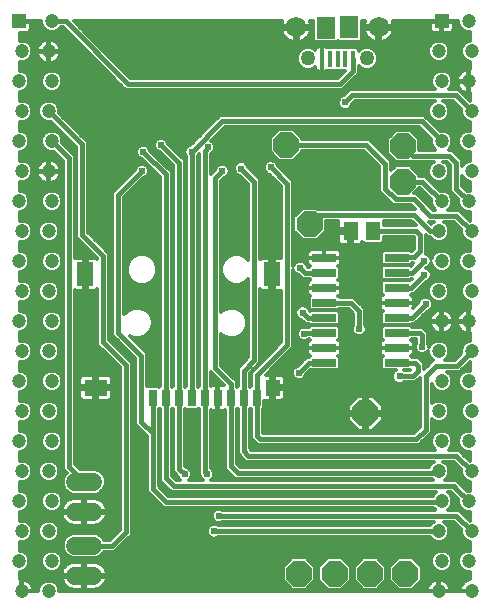
<source format=gtl>
G75*
%MOIN*%
%OFA0B0*%
%FSLAX25Y25*%
%IPPOS*%
%LPD*%
%AMOC8*
5,1,8,0,0,1.08239X$1,22.5*
%
%ADD10R,0.01575X0.05315*%
%ADD11R,0.05906X0.07480*%
%ADD12C,0.06791*%
%ADD13C,0.05020*%
%ADD14R,0.02756X0.05512*%
%ADD15R,0.05512X0.07874*%
%ADD16R,0.05039X0.05512*%
%ADD17R,0.07677X0.05512*%
%ADD18R,0.08000X0.02600*%
%ADD19OC8,0.08500*%
%ADD20R,0.05118X0.05906*%
%ADD21C,0.06000*%
%ADD22C,0.04724*%
%ADD23R,0.04724X0.04724*%
%ADD24C,0.01200*%
%ADD25C,0.02400*%
%ADD26C,0.01600*%
D10*
X0127066Y0182471D03*
X0129625Y0182471D03*
X0132184Y0182471D03*
X0134743Y0182471D03*
X0137302Y0182471D03*
D11*
X0136121Y0193003D03*
X0128247Y0192963D03*
D12*
X0118404Y0193003D03*
X0145963Y0193003D03*
D13*
X0142026Y0182668D03*
X0122341Y0182668D03*
D14*
X0105215Y0069499D03*
X0100885Y0069499D03*
X0096554Y0069499D03*
X0092223Y0069499D03*
X0087892Y0069499D03*
X0083562Y0069499D03*
X0079231Y0069499D03*
X0074900Y0069499D03*
X0070570Y0069499D03*
D15*
X0048129Y0110719D03*
X0110333Y0110719D03*
D16*
X0110570Y0072924D03*
D17*
X0051573Y0072924D03*
D18*
X0127761Y0081211D03*
X0127761Y0086211D03*
X0127761Y0091211D03*
X0127761Y0096211D03*
X0127761Y0101211D03*
X0127761Y0106211D03*
X0127761Y0111211D03*
X0127761Y0116211D03*
X0151961Y0116211D03*
X0151961Y0111211D03*
X0151961Y0106211D03*
X0151961Y0101211D03*
X0151961Y0096211D03*
X0151961Y0091211D03*
X0151961Y0086211D03*
X0151961Y0081211D03*
D19*
X0141436Y0064459D03*
X0143010Y0010916D03*
X0131199Y0010916D03*
X0119388Y0010916D03*
X0154822Y0010916D03*
X0122932Y0127452D03*
X0115058Y0153830D03*
X0154034Y0153436D03*
X0154034Y0141625D03*
D20*
X0143995Y0125089D03*
X0136514Y0125089D03*
D21*
X0050735Y0041507D02*
X0044735Y0041507D01*
X0044735Y0031507D02*
X0050735Y0031507D01*
X0050735Y0020247D02*
X0044735Y0020247D01*
X0044735Y0010247D02*
X0050735Y0010247D01*
D22*
X0036936Y0015050D03*
X0035936Y0005050D03*
X0026936Y0005050D03*
X0025936Y0015050D03*
X0026936Y0025050D03*
X0035936Y0025050D03*
X0036936Y0035050D03*
X0035936Y0045050D03*
X0026936Y0045050D03*
X0025936Y0035050D03*
X0025936Y0055050D03*
X0026936Y0065050D03*
X0035936Y0065050D03*
X0036936Y0055050D03*
X0036936Y0075050D03*
X0035936Y0085050D03*
X0026936Y0085050D03*
X0025936Y0075050D03*
X0025936Y0095050D03*
X0026936Y0105050D03*
X0025936Y0115050D03*
X0026936Y0125050D03*
X0035936Y0125050D03*
X0036936Y0115050D03*
X0035936Y0105050D03*
X0036936Y0095050D03*
X0036936Y0135050D03*
X0035936Y0145050D03*
X0026936Y0145050D03*
X0025936Y0135050D03*
X0025936Y0155050D03*
X0026936Y0165050D03*
X0035936Y0165050D03*
X0036936Y0155050D03*
X0036936Y0175050D03*
X0035936Y0185050D03*
X0026936Y0185050D03*
X0025936Y0175050D03*
X0036936Y0195050D03*
X0165936Y0185050D03*
X0166936Y0175050D03*
X0175936Y0175050D03*
X0176936Y0185050D03*
X0175936Y0195050D03*
X0176936Y0165050D03*
X0175936Y0155050D03*
X0166936Y0155050D03*
X0165936Y0145050D03*
X0166936Y0135050D03*
X0175936Y0135050D03*
X0176936Y0125050D03*
X0175936Y0115050D03*
X0166936Y0115050D03*
X0165936Y0105050D03*
X0166936Y0095050D03*
X0175936Y0095050D03*
X0176936Y0085050D03*
X0175936Y0075050D03*
X0166936Y0075050D03*
X0165936Y0065050D03*
X0166936Y0055050D03*
X0175936Y0055050D03*
X0176936Y0045050D03*
X0175936Y0035050D03*
X0166936Y0035050D03*
X0165936Y0045050D03*
X0165936Y0025050D03*
X0166936Y0015050D03*
X0175936Y0015050D03*
X0176936Y0005050D03*
X0165936Y0005050D03*
X0176936Y0025050D03*
X0176936Y0065050D03*
X0165936Y0085050D03*
X0176936Y0105050D03*
X0165936Y0125050D03*
X0176936Y0145050D03*
X0165936Y0165050D03*
D23*
X0166936Y0195050D03*
X0025936Y0195050D03*
D24*
X0026748Y0009012D02*
X0026748Y0005237D01*
X0027123Y0005237D01*
X0030898Y0005237D01*
X0030898Y0005440D01*
X0030746Y0006206D01*
X0030447Y0006927D01*
X0030013Y0007576D01*
X0029461Y0008128D01*
X0028812Y0008561D01*
X0028091Y0008860D01*
X0027326Y0009012D01*
X0027123Y0009012D01*
X0027123Y0005237D01*
X0027123Y0005050D01*
X0032373Y0005050D01*
X0032373Y0005759D01*
X0032916Y0007068D01*
X0033918Y0008070D01*
X0035227Y0008612D01*
X0036644Y0008612D01*
X0037954Y0008070D01*
X0038956Y0007068D01*
X0039498Y0005759D01*
X0039498Y0005050D01*
X0165748Y0005050D01*
X0165748Y0005237D01*
X0161973Y0005237D01*
X0161973Y0005440D01*
X0162126Y0006206D01*
X0162424Y0006927D01*
X0162858Y0007576D01*
X0163410Y0008128D01*
X0164059Y0008561D01*
X0164780Y0008860D01*
X0165545Y0009012D01*
X0165748Y0009012D01*
X0165748Y0005237D01*
X0166123Y0005237D01*
X0169898Y0005237D01*
X0169898Y0005440D01*
X0169746Y0006206D01*
X0169447Y0006927D01*
X0169013Y0007576D01*
X0168461Y0008128D01*
X0167812Y0008561D01*
X0167091Y0008860D01*
X0166326Y0009012D01*
X0166123Y0009012D01*
X0166123Y0005237D01*
X0166123Y0005050D01*
X0176436Y0005050D01*
X0176436Y0005237D01*
X0172973Y0005237D01*
X0172973Y0005440D01*
X0173126Y0006206D01*
X0173424Y0006927D01*
X0173858Y0007576D01*
X0174410Y0008128D01*
X0175059Y0008561D01*
X0175780Y0008860D01*
X0176436Y0008990D01*
X0176436Y0011488D01*
X0175227Y0011488D01*
X0173918Y0012030D01*
X0172916Y0013032D01*
X0172373Y0014341D01*
X0172373Y0015759D01*
X0172916Y0017068D01*
X0173918Y0018070D01*
X0175227Y0018612D01*
X0176436Y0018612D01*
X0176436Y0021488D01*
X0176227Y0021488D01*
X0174918Y0022030D01*
X0173916Y0023032D01*
X0173373Y0024341D01*
X0173373Y0025759D01*
X0173381Y0025776D01*
X0170950Y0028207D01*
X0167621Y0028207D01*
X0167954Y0028070D01*
X0168956Y0027068D01*
X0169498Y0025759D01*
X0169498Y0024341D01*
X0168956Y0023032D01*
X0167954Y0022030D01*
X0166644Y0021488D01*
X0165227Y0021488D01*
X0163918Y0022030D01*
X0162916Y0023032D01*
X0162908Y0023050D01*
X0092475Y0023050D01*
X0092441Y0023015D01*
X0091559Y0022650D01*
X0090604Y0022650D01*
X0089722Y0023015D01*
X0089047Y0023691D01*
X0088681Y0024573D01*
X0088681Y0025527D01*
X0089047Y0026409D01*
X0089722Y0027085D01*
X0090604Y0027450D01*
X0091559Y0027450D01*
X0092441Y0027085D01*
X0092475Y0027050D01*
X0162908Y0027050D01*
X0162916Y0027068D01*
X0163918Y0028070D01*
X0164250Y0028207D01*
X0094011Y0028207D01*
X0093976Y0028173D01*
X0093094Y0027807D01*
X0092139Y0027807D01*
X0091257Y0028173D01*
X0090582Y0028848D01*
X0090217Y0029730D01*
X0090217Y0030685D01*
X0090582Y0031567D01*
X0091257Y0032242D01*
X0092139Y0032607D01*
X0093094Y0032607D01*
X0093976Y0032242D01*
X0094011Y0032207D01*
X0164741Y0032207D01*
X0164016Y0032932D01*
X0074072Y0032932D01*
X0072900Y0034103D01*
X0068570Y0038434D01*
X0068570Y0056938D01*
X0066001Y0059507D01*
X0064829Y0060678D01*
X0064829Y0082726D01*
X0057152Y0090403D01*
X0057152Y0138123D01*
X0058324Y0139294D01*
X0064626Y0145597D01*
X0064626Y0145645D01*
X0064992Y0146528D01*
X0065667Y0147203D01*
X0066549Y0147568D01*
X0067504Y0147568D01*
X0068386Y0147203D01*
X0069061Y0146528D01*
X0069426Y0145645D01*
X0069426Y0144691D01*
X0069061Y0143809D01*
X0068386Y0143133D01*
X0067504Y0142768D01*
X0067455Y0142768D01*
X0061152Y0136466D01*
X0061152Y0097422D01*
X0061161Y0097444D01*
X0062585Y0098868D01*
X0064445Y0099638D01*
X0066458Y0099638D01*
X0068318Y0098868D01*
X0069742Y0097444D01*
X0070512Y0095584D01*
X0070512Y0093571D01*
X0069742Y0091711D01*
X0068318Y0090287D01*
X0066458Y0089517D01*
X0064445Y0089517D01*
X0063164Y0090047D01*
X0067658Y0085554D01*
X0068829Y0084382D01*
X0068829Y0073455D01*
X0072445Y0073455D01*
X0072735Y0073164D01*
X0072900Y0073330D01*
X0072900Y0143159D01*
X0066992Y0149067D01*
X0066943Y0149067D01*
X0066060Y0149433D01*
X0065385Y0150108D01*
X0065020Y0150990D01*
X0065020Y0151945D01*
X0065385Y0152827D01*
X0066060Y0153502D01*
X0066943Y0153867D01*
X0067897Y0153867D01*
X0068779Y0153502D01*
X0069455Y0152827D01*
X0069820Y0151945D01*
X0069820Y0151896D01*
X0076900Y0144815D01*
X0076900Y0073330D01*
X0077066Y0073164D01*
X0077231Y0073330D01*
X0077231Y0147096D01*
X0072897Y0151430D01*
X0072848Y0151430D01*
X0071966Y0151795D01*
X0071291Y0152470D01*
X0070925Y0153352D01*
X0070925Y0154307D01*
X0071291Y0155189D01*
X0071966Y0155864D01*
X0072848Y0156230D01*
X0073803Y0156230D01*
X0074685Y0155864D01*
X0075360Y0155189D01*
X0075725Y0154307D01*
X0075725Y0154258D01*
X0081231Y0148752D01*
X0081231Y0073330D01*
X0081396Y0073164D01*
X0081562Y0073330D01*
X0081562Y0150073D01*
X0081527Y0150108D01*
X0081162Y0150990D01*
X0081162Y0151945D01*
X0081527Y0152827D01*
X0082202Y0153502D01*
X0083084Y0153867D01*
X0083133Y0153867D01*
X0092969Y0163704D01*
X0161111Y0163704D01*
X0166209Y0158605D01*
X0166227Y0158612D01*
X0167644Y0158612D01*
X0168954Y0158070D01*
X0169956Y0157068D01*
X0170498Y0155759D01*
X0170498Y0154341D01*
X0169956Y0153032D01*
X0169210Y0152286D01*
X0170217Y0152286D01*
X0172579Y0149924D01*
X0173751Y0148752D01*
X0173751Y0146669D01*
X0173916Y0147068D01*
X0174918Y0148070D01*
X0176227Y0148612D01*
X0176436Y0148612D01*
X0176436Y0151488D01*
X0175227Y0151488D01*
X0173918Y0152030D01*
X0172916Y0153032D01*
X0172373Y0154341D01*
X0172373Y0155759D01*
X0172916Y0157068D01*
X0173918Y0158070D01*
X0175227Y0158612D01*
X0176436Y0158612D01*
X0176436Y0161488D01*
X0176227Y0161488D01*
X0174918Y0162030D01*
X0173916Y0163032D01*
X0173373Y0164341D01*
X0173373Y0165759D01*
X0173381Y0165776D01*
X0170792Y0168365D01*
X0167241Y0168365D01*
X0167954Y0168070D01*
X0168956Y0167068D01*
X0169498Y0165759D01*
X0169498Y0164341D01*
X0168956Y0163032D01*
X0167954Y0162030D01*
X0166644Y0161488D01*
X0165227Y0161488D01*
X0163918Y0162030D01*
X0162916Y0163032D01*
X0162373Y0164341D01*
X0162373Y0165759D01*
X0162916Y0167068D01*
X0163918Y0168070D01*
X0164630Y0168365D01*
X0137933Y0168365D01*
X0137143Y0167574D01*
X0137143Y0167525D01*
X0136777Y0166643D01*
X0136102Y0165968D01*
X0135220Y0165603D01*
X0134265Y0165603D01*
X0133383Y0165968D01*
X0132708Y0166643D01*
X0132343Y0167525D01*
X0132343Y0168480D01*
X0132708Y0169362D01*
X0133383Y0170037D01*
X0134265Y0170403D01*
X0134314Y0170403D01*
X0136277Y0172365D01*
X0164583Y0172365D01*
X0163916Y0173032D01*
X0163373Y0174341D01*
X0163373Y0175759D01*
X0163916Y0177068D01*
X0164918Y0178070D01*
X0166227Y0178612D01*
X0167644Y0178612D01*
X0168954Y0178070D01*
X0169956Y0177068D01*
X0170498Y0175759D01*
X0170498Y0174341D01*
X0169956Y0173032D01*
X0169288Y0172365D01*
X0172449Y0172365D01*
X0176209Y0168605D01*
X0176227Y0168612D01*
X0176436Y0168612D01*
X0176436Y0171110D01*
X0176326Y0171088D01*
X0176123Y0171088D01*
X0176123Y0174863D01*
X0175748Y0174863D01*
X0171973Y0174863D01*
X0171973Y0174660D01*
X0172126Y0173894D01*
X0172424Y0173173D01*
X0172858Y0172524D01*
X0173410Y0171972D01*
X0174059Y0171539D01*
X0174780Y0171240D01*
X0175545Y0171088D01*
X0175748Y0171088D01*
X0175748Y0174863D01*
X0175748Y0175237D01*
X0171973Y0175237D01*
X0171973Y0175440D01*
X0172126Y0176206D01*
X0172424Y0176927D01*
X0172858Y0177576D01*
X0173410Y0178128D01*
X0174059Y0178561D01*
X0174780Y0178860D01*
X0175545Y0179012D01*
X0175748Y0179012D01*
X0175748Y0175237D01*
X0176123Y0175237D01*
X0176123Y0179012D01*
X0176326Y0179012D01*
X0176436Y0178990D01*
X0176436Y0181488D01*
X0176227Y0181488D01*
X0174918Y0182030D01*
X0173916Y0183032D01*
X0173373Y0184341D01*
X0173373Y0185759D01*
X0173916Y0187068D01*
X0174918Y0188070D01*
X0176227Y0188612D01*
X0176436Y0188612D01*
X0176436Y0191488D01*
X0175227Y0191488D01*
X0173918Y0192030D01*
X0172916Y0193032D01*
X0172373Y0194341D01*
X0172373Y0195050D01*
X0167123Y0195050D01*
X0167123Y0194863D01*
X0170898Y0194863D01*
X0170898Y0192477D01*
X0170789Y0192070D01*
X0170578Y0191705D01*
X0170280Y0191407D01*
X0169915Y0191197D01*
X0169509Y0191088D01*
X0167123Y0191088D01*
X0167123Y0194863D01*
X0166748Y0194863D01*
X0162973Y0194863D01*
X0162973Y0192477D01*
X0163083Y0192070D01*
X0163293Y0191705D01*
X0163591Y0191407D01*
X0163956Y0191197D01*
X0164363Y0191088D01*
X0166748Y0191088D01*
X0166748Y0194863D01*
X0166748Y0195050D01*
X0150527Y0195050D01*
X0150593Y0194920D01*
X0150836Y0194173D01*
X0150937Y0193535D01*
X0146495Y0193535D01*
X0146495Y0192471D01*
X0150937Y0192471D01*
X0150836Y0191833D01*
X0150593Y0191085D01*
X0150236Y0190384D01*
X0149774Y0189748D01*
X0149218Y0189192D01*
X0148582Y0188730D01*
X0147881Y0188373D01*
X0147133Y0188130D01*
X0146495Y0188029D01*
X0146495Y0192471D01*
X0145431Y0192471D01*
X0140990Y0192471D01*
X0141091Y0191833D01*
X0141334Y0191085D01*
X0141691Y0190384D01*
X0142153Y0189748D01*
X0142709Y0189192D01*
X0143345Y0188730D01*
X0144046Y0188373D01*
X0144793Y0188130D01*
X0145431Y0188029D01*
X0145431Y0192471D01*
X0145431Y0193535D01*
X0140990Y0193535D01*
X0141091Y0194173D01*
X0141334Y0194920D01*
X0141400Y0195050D01*
X0140273Y0195050D01*
X0140273Y0188766D01*
X0139571Y0188063D01*
X0132671Y0188063D01*
X0132203Y0188530D01*
X0131697Y0188023D01*
X0124797Y0188023D01*
X0124094Y0188726D01*
X0124094Y0195050D01*
X0122968Y0195050D01*
X0123034Y0194920D01*
X0123277Y0194173D01*
X0123378Y0193535D01*
X0118936Y0193535D01*
X0118936Y0192471D01*
X0123378Y0192471D01*
X0123277Y0191833D01*
X0123034Y0191085D01*
X0122677Y0190384D01*
X0122215Y0189748D01*
X0121659Y0189192D01*
X0121022Y0188730D01*
X0120322Y0188373D01*
X0119574Y0188130D01*
X0118936Y0188029D01*
X0118936Y0192471D01*
X0117872Y0192471D01*
X0113430Y0192471D01*
X0113532Y0191833D01*
X0113775Y0191085D01*
X0114132Y0190384D01*
X0114594Y0189748D01*
X0115150Y0189192D01*
X0115786Y0188730D01*
X0116487Y0188373D01*
X0117234Y0188130D01*
X0117872Y0188029D01*
X0117872Y0192471D01*
X0117872Y0193535D01*
X0113430Y0193535D01*
X0113532Y0194173D01*
X0113775Y0194920D01*
X0113841Y0195050D01*
X0044382Y0195050D01*
X0063130Y0176302D01*
X0132340Y0176302D01*
X0134651Y0178614D01*
X0128916Y0178614D01*
X0128835Y0178533D01*
X0128471Y0178323D01*
X0128064Y0178214D01*
X0127066Y0178214D01*
X0127066Y0182471D01*
X0127066Y0182471D01*
X0127066Y0178214D01*
X0126068Y0178214D01*
X0125661Y0178323D01*
X0125296Y0178533D01*
X0124998Y0178831D01*
X0124787Y0179196D01*
X0124678Y0179603D01*
X0124678Y0179759D01*
X0124443Y0179523D01*
X0123079Y0178958D01*
X0121603Y0178958D01*
X0120240Y0179523D01*
X0119196Y0180567D01*
X0118631Y0181930D01*
X0118631Y0183406D01*
X0119196Y0184770D01*
X0120240Y0185813D01*
X0121603Y0186378D01*
X0123079Y0186378D01*
X0124443Y0185813D01*
X0124729Y0185527D01*
X0124787Y0185746D01*
X0124998Y0186111D01*
X0125296Y0186409D01*
X0125661Y0186620D01*
X0126068Y0186729D01*
X0127066Y0186729D01*
X0127066Y0182471D01*
X0127066Y0182471D01*
X0127066Y0186729D01*
X0128064Y0186729D01*
X0128471Y0186620D01*
X0128835Y0186409D01*
X0128916Y0186329D01*
X0138586Y0186329D01*
X0139289Y0185626D01*
X0139289Y0185178D01*
X0139925Y0185813D01*
X0141288Y0186378D01*
X0142764Y0186378D01*
X0144128Y0185813D01*
X0145171Y0184770D01*
X0145736Y0183406D01*
X0145736Y0181930D01*
X0145171Y0180567D01*
X0144128Y0179523D01*
X0142764Y0178958D01*
X0141288Y0178958D01*
X0139925Y0179523D01*
X0139302Y0180146D01*
X0139302Y0177607D01*
X0135168Y0173474D01*
X0135168Y0173474D01*
X0133996Y0172302D01*
X0061473Y0172302D01*
X0040725Y0193050D01*
X0039963Y0193050D01*
X0039956Y0193032D01*
X0038954Y0192030D01*
X0037644Y0191488D01*
X0036227Y0191488D01*
X0034918Y0192030D01*
X0033916Y0193032D01*
X0033373Y0194341D01*
X0033373Y0195050D01*
X0026436Y0195050D01*
X0026436Y0194863D01*
X0029898Y0194863D01*
X0029898Y0192477D01*
X0029789Y0192070D01*
X0029578Y0191705D01*
X0029280Y0191407D01*
X0028915Y0191197D01*
X0028509Y0191088D01*
X0026436Y0191088D01*
X0026436Y0188612D01*
X0027644Y0188612D01*
X0028954Y0188070D01*
X0029956Y0187068D01*
X0030498Y0185759D01*
X0030498Y0184341D01*
X0029956Y0183032D01*
X0028954Y0182030D01*
X0027644Y0181488D01*
X0026436Y0181488D01*
X0026436Y0178612D01*
X0026644Y0178612D01*
X0027954Y0178070D01*
X0028956Y0177068D01*
X0029498Y0175759D01*
X0029498Y0174341D01*
X0028956Y0173032D01*
X0027954Y0172030D01*
X0026644Y0171488D01*
X0026436Y0171488D01*
X0026436Y0168612D01*
X0027644Y0168612D01*
X0028954Y0168070D01*
X0029956Y0167068D01*
X0030498Y0165759D01*
X0030498Y0164341D01*
X0029956Y0163032D01*
X0028954Y0162030D01*
X0027644Y0161488D01*
X0026436Y0161488D01*
X0026436Y0158612D01*
X0026644Y0158612D01*
X0027954Y0158070D01*
X0028956Y0157068D01*
X0029498Y0155759D01*
X0029498Y0154341D01*
X0028956Y0153032D01*
X0027954Y0152030D01*
X0026644Y0151488D01*
X0026436Y0151488D01*
X0026436Y0148612D01*
X0027644Y0148612D01*
X0028954Y0148070D01*
X0029956Y0147068D01*
X0030498Y0145759D01*
X0030498Y0144341D01*
X0029956Y0143032D01*
X0028954Y0142030D01*
X0027644Y0141488D01*
X0026436Y0141488D01*
X0026436Y0138612D01*
X0026644Y0138612D01*
X0027954Y0138070D01*
X0028956Y0137068D01*
X0029498Y0135759D01*
X0029498Y0134341D01*
X0028956Y0133032D01*
X0027954Y0132030D01*
X0026644Y0131488D01*
X0026436Y0131488D01*
X0026436Y0128612D01*
X0027644Y0128612D01*
X0028954Y0128070D01*
X0029956Y0127068D01*
X0030498Y0125759D01*
X0030498Y0124341D01*
X0029956Y0123032D01*
X0028954Y0122030D01*
X0027644Y0121488D01*
X0026436Y0121488D01*
X0026436Y0118612D01*
X0026644Y0118612D01*
X0027954Y0118070D01*
X0028956Y0117068D01*
X0029498Y0115759D01*
X0029498Y0114341D01*
X0028956Y0113032D01*
X0027954Y0112030D01*
X0026644Y0111488D01*
X0026436Y0111488D01*
X0026436Y0108612D01*
X0027644Y0108612D01*
X0028954Y0108070D01*
X0029956Y0107068D01*
X0030498Y0105759D01*
X0030498Y0104341D01*
X0029956Y0103032D01*
X0028954Y0102030D01*
X0027644Y0101488D01*
X0026436Y0101488D01*
X0026436Y0098612D01*
X0026644Y0098612D01*
X0027954Y0098070D01*
X0028956Y0097068D01*
X0029498Y0095759D01*
X0029498Y0094341D01*
X0028956Y0093032D01*
X0027954Y0092030D01*
X0026644Y0091488D01*
X0026436Y0091488D01*
X0026436Y0088612D01*
X0027644Y0088612D01*
X0028954Y0088070D01*
X0029956Y0087068D01*
X0030498Y0085759D01*
X0030498Y0084341D01*
X0029956Y0083032D01*
X0028954Y0082030D01*
X0027644Y0081488D01*
X0026436Y0081488D01*
X0026436Y0078612D01*
X0026644Y0078612D01*
X0027954Y0078070D01*
X0028956Y0077068D01*
X0029498Y0075759D01*
X0029498Y0074341D01*
X0028956Y0073032D01*
X0027954Y0072030D01*
X0026644Y0071488D01*
X0026436Y0071488D01*
X0026436Y0068612D01*
X0027644Y0068612D01*
X0028954Y0068070D01*
X0029956Y0067068D01*
X0030498Y0065759D01*
X0030498Y0064341D01*
X0029956Y0063032D01*
X0028954Y0062030D01*
X0027644Y0061488D01*
X0026436Y0061488D01*
X0026436Y0058612D01*
X0026644Y0058612D01*
X0027954Y0058070D01*
X0028956Y0057068D01*
X0029498Y0055759D01*
X0029498Y0054341D01*
X0028956Y0053032D01*
X0027954Y0052030D01*
X0026644Y0051488D01*
X0026436Y0051488D01*
X0026436Y0048612D01*
X0027644Y0048612D01*
X0028954Y0048070D01*
X0029956Y0047068D01*
X0030498Y0045759D01*
X0030498Y0044341D01*
X0029956Y0043032D01*
X0028954Y0042030D01*
X0027644Y0041488D01*
X0026436Y0041488D01*
X0026436Y0038612D01*
X0026644Y0038612D01*
X0027954Y0038070D01*
X0028956Y0037068D01*
X0029498Y0035759D01*
X0029498Y0034341D01*
X0028956Y0033032D01*
X0027954Y0032030D01*
X0026644Y0031488D01*
X0026436Y0031488D01*
X0026436Y0028612D01*
X0027644Y0028612D01*
X0028954Y0028070D01*
X0029956Y0027068D01*
X0030498Y0025759D01*
X0030498Y0024341D01*
X0029956Y0023032D01*
X0028954Y0022030D01*
X0027644Y0021488D01*
X0026436Y0021488D01*
X0026436Y0018612D01*
X0026644Y0018612D01*
X0027954Y0018070D01*
X0028956Y0017068D01*
X0029498Y0015759D01*
X0029498Y0014341D01*
X0028956Y0013032D01*
X0027954Y0012030D01*
X0026644Y0011488D01*
X0026436Y0011488D01*
X0026436Y0008990D01*
X0026545Y0009012D01*
X0026748Y0009012D01*
X0026436Y0009564D02*
X0040186Y0009564D01*
X0040141Y0009847D02*
X0040248Y0009170D01*
X0040472Y0008481D01*
X0040801Y0007836D01*
X0041226Y0007250D01*
X0041738Y0006738D01*
X0042324Y0006313D01*
X0042969Y0005984D01*
X0043658Y0005760D01*
X0044373Y0005647D01*
X0047335Y0005647D01*
X0047335Y0009847D01*
X0040141Y0009847D01*
X0040141Y0010647D02*
X0047335Y0010647D01*
X0047335Y0014847D01*
X0044373Y0014847D01*
X0043658Y0014734D01*
X0042969Y0014510D01*
X0042324Y0014181D01*
X0041738Y0013756D01*
X0041226Y0013244D01*
X0040801Y0012658D01*
X0040472Y0012013D01*
X0040248Y0011324D01*
X0040141Y0010647D01*
X0040159Y0010762D02*
X0026436Y0010762D01*
X0027786Y0011961D02*
X0035085Y0011961D01*
X0034918Y0012030D02*
X0036227Y0011488D01*
X0037644Y0011488D01*
X0038954Y0012030D01*
X0039956Y0013032D01*
X0040498Y0014341D01*
X0040498Y0015759D01*
X0039956Y0017068D01*
X0038954Y0018070D01*
X0037644Y0018612D01*
X0036227Y0018612D01*
X0034918Y0018070D01*
X0033916Y0017068D01*
X0033373Y0015759D01*
X0033373Y0014341D01*
X0033916Y0013032D01*
X0034918Y0012030D01*
X0033863Y0013159D02*
X0029008Y0013159D01*
X0029498Y0014358D02*
X0033373Y0014358D01*
X0033373Y0015556D02*
X0029498Y0015556D01*
X0029085Y0016755D02*
X0033786Y0016755D01*
X0034801Y0017953D02*
X0028070Y0017953D01*
X0026436Y0019152D02*
X0040642Y0019152D01*
X0040535Y0019411D02*
X0041174Y0017868D01*
X0042356Y0016686D01*
X0043899Y0016047D01*
X0051570Y0016047D01*
X0053114Y0016686D01*
X0054295Y0017868D01*
X0054453Y0018247D01*
X0057894Y0018247D01*
X0059066Y0019418D01*
X0063514Y0023867D01*
X0063514Y0081430D01*
X0062343Y0082601D01*
X0056034Y0088910D01*
X0056034Y0117650D01*
X0054863Y0118822D01*
X0048947Y0124737D01*
X0048947Y0154867D01*
X0039490Y0164324D01*
X0039498Y0164341D01*
X0039498Y0165759D01*
X0038956Y0167068D01*
X0037954Y0168070D01*
X0036644Y0168612D01*
X0035227Y0168612D01*
X0033918Y0168070D01*
X0032916Y0167068D01*
X0032373Y0165759D01*
X0032373Y0164341D01*
X0032916Y0163032D01*
X0033918Y0162030D01*
X0035227Y0161488D01*
X0036644Y0161488D01*
X0036662Y0161495D01*
X0044948Y0153210D01*
X0044948Y0123080D01*
X0052034Y0115993D01*
X0052034Y0115769D01*
X0051867Y0115937D01*
X0051502Y0116147D01*
X0051095Y0116256D01*
X0048729Y0116256D01*
X0048729Y0111319D01*
X0047529Y0111319D01*
X0047529Y0116256D01*
X0045162Y0116256D01*
X0044755Y0116147D01*
X0044617Y0116067D01*
X0044617Y0150197D01*
X0040490Y0154324D01*
X0040498Y0154341D01*
X0040498Y0155759D01*
X0039956Y0157068D01*
X0038954Y0158070D01*
X0037644Y0158612D01*
X0036227Y0158612D01*
X0034918Y0158070D01*
X0033916Y0157068D01*
X0033373Y0155759D01*
X0033373Y0154341D01*
X0033916Y0153032D01*
X0034918Y0152030D01*
X0036227Y0151488D01*
X0037644Y0151488D01*
X0037662Y0151495D01*
X0040617Y0148540D01*
X0040617Y0045796D01*
X0041851Y0044562D01*
X0041174Y0043886D01*
X0040535Y0042342D01*
X0040535Y0040671D01*
X0041174Y0039128D01*
X0042356Y0037946D01*
X0043899Y0037307D01*
X0051570Y0037307D01*
X0053114Y0037946D01*
X0054295Y0039128D01*
X0054935Y0040671D01*
X0054935Y0042342D01*
X0054295Y0043886D01*
X0053114Y0045067D01*
X0051570Y0045707D01*
X0046363Y0045707D01*
X0044617Y0047453D01*
X0044617Y0105371D01*
X0044755Y0105291D01*
X0045162Y0105182D01*
X0047529Y0105182D01*
X0047529Y0110119D01*
X0048729Y0110119D01*
X0048729Y0105182D01*
X0051095Y0105182D01*
X0051502Y0105291D01*
X0051867Y0105502D01*
X0052034Y0105669D01*
X0052034Y0087253D01*
X0059514Y0079773D01*
X0059514Y0025524D01*
X0056237Y0022247D01*
X0054453Y0022247D01*
X0054295Y0022626D01*
X0053114Y0023807D01*
X0051570Y0024447D01*
X0043899Y0024447D01*
X0042356Y0023807D01*
X0041174Y0022626D01*
X0040535Y0021082D01*
X0040535Y0019411D01*
X0040535Y0020350D02*
X0026436Y0020350D01*
X0027791Y0021549D02*
X0035080Y0021549D01*
X0035227Y0021488D02*
X0036644Y0021488D01*
X0037954Y0022030D01*
X0038956Y0023032D01*
X0039498Y0024341D01*
X0039498Y0025759D01*
X0038956Y0027068D01*
X0037954Y0028070D01*
X0036644Y0028612D01*
X0035227Y0028612D01*
X0033918Y0028070D01*
X0032916Y0027068D01*
X0032373Y0025759D01*
X0032373Y0024341D01*
X0032916Y0023032D01*
X0033918Y0022030D01*
X0035227Y0021488D01*
X0036791Y0021549D02*
X0040728Y0021549D01*
X0041296Y0022747D02*
X0038671Y0022747D01*
X0039334Y0023946D02*
X0042690Y0023946D01*
X0043658Y0027020D02*
X0044373Y0026907D01*
X0047335Y0026907D01*
X0047335Y0031107D01*
X0040141Y0031107D01*
X0040248Y0030430D01*
X0040472Y0029741D01*
X0040801Y0029096D01*
X0041226Y0028510D01*
X0041738Y0027998D01*
X0042324Y0027572D01*
X0042969Y0027244D01*
X0043658Y0027020D01*
X0042385Y0027541D02*
X0038482Y0027541D01*
X0039256Y0026343D02*
X0059514Y0026343D01*
X0059514Y0027541D02*
X0053085Y0027541D01*
X0053146Y0027572D02*
X0053732Y0027998D01*
X0054244Y0028510D01*
X0054669Y0029096D01*
X0054998Y0029741D01*
X0055222Y0030430D01*
X0055329Y0031107D01*
X0048135Y0031107D01*
X0048135Y0031907D01*
X0047335Y0031907D01*
X0047335Y0036107D01*
X0044373Y0036107D01*
X0043658Y0035993D01*
X0042969Y0035770D01*
X0042324Y0035441D01*
X0041738Y0035015D01*
X0041226Y0034503D01*
X0040801Y0033918D01*
X0040472Y0033272D01*
X0040248Y0032584D01*
X0040141Y0031907D01*
X0047335Y0031907D01*
X0047335Y0031107D01*
X0048135Y0031107D01*
X0048135Y0026907D01*
X0051097Y0026907D01*
X0051812Y0027020D01*
X0052501Y0027244D01*
X0053146Y0027572D01*
X0054411Y0028740D02*
X0059514Y0028740D01*
X0059514Y0029938D02*
X0055062Y0029938D01*
X0055329Y0031907D02*
X0055222Y0032584D01*
X0054998Y0033272D01*
X0054669Y0033918D01*
X0054244Y0034503D01*
X0053732Y0035015D01*
X0053146Y0035441D01*
X0052501Y0035770D01*
X0051812Y0035993D01*
X0051097Y0036107D01*
X0048135Y0036107D01*
X0048135Y0031907D01*
X0055329Y0031907D01*
X0055261Y0032335D02*
X0059514Y0032335D01*
X0059514Y0031137D02*
X0048135Y0031137D01*
X0047335Y0031137D02*
X0026436Y0031137D01*
X0026436Y0029938D02*
X0040408Y0029938D01*
X0041059Y0028740D02*
X0026436Y0028740D01*
X0029482Y0027541D02*
X0033389Y0027541D01*
X0032616Y0026343D02*
X0030256Y0026343D01*
X0030498Y0025144D02*
X0032373Y0025144D01*
X0032537Y0023946D02*
X0030334Y0023946D01*
X0029671Y0022747D02*
X0033201Y0022747D01*
X0039498Y0025144D02*
X0059135Y0025144D01*
X0057936Y0023946D02*
X0052780Y0023946D01*
X0054174Y0022747D02*
X0056738Y0022747D01*
X0059997Y0020350D02*
X0176436Y0020350D01*
X0176436Y0019152D02*
X0058799Y0019152D01*
X0061196Y0021549D02*
X0165080Y0021549D01*
X0166791Y0021549D02*
X0176080Y0021549D01*
X0174201Y0022747D02*
X0168671Y0022747D01*
X0169334Y0023946D02*
X0173537Y0023946D01*
X0173373Y0025144D02*
X0169498Y0025144D01*
X0169256Y0026343D02*
X0172814Y0026343D01*
X0171616Y0027541D02*
X0168482Y0027541D01*
X0169131Y0032207D02*
X0170950Y0032207D01*
X0172607Y0032207D01*
X0176209Y0028605D01*
X0176227Y0028612D01*
X0176436Y0028612D01*
X0176436Y0031488D01*
X0175227Y0031488D01*
X0173918Y0032030D01*
X0172916Y0033032D01*
X0172373Y0034341D01*
X0172373Y0035759D01*
X0172381Y0035776D01*
X0170107Y0038050D01*
X0168973Y0038050D01*
X0169956Y0037068D01*
X0170498Y0035759D01*
X0170498Y0034341D01*
X0169956Y0033032D01*
X0169131Y0032207D01*
X0169259Y0032335D02*
X0173613Y0032335D01*
X0173677Y0031137D02*
X0176436Y0031137D01*
X0176436Y0029938D02*
X0174876Y0029938D01*
X0176074Y0028740D02*
X0176436Y0028740D01*
X0172708Y0033534D02*
X0170163Y0033534D01*
X0170498Y0034732D02*
X0172373Y0034732D01*
X0172226Y0035931D02*
X0170427Y0035931D01*
X0169894Y0037129D02*
X0171028Y0037129D01*
X0173723Y0040091D02*
X0173723Y0040119D01*
X0172963Y0040878D01*
X0171792Y0042050D01*
X0167973Y0042050D01*
X0168956Y0043032D01*
X0169498Y0044341D01*
X0169498Y0045759D01*
X0168956Y0047068D01*
X0167954Y0048070D01*
X0167431Y0048286D01*
X0170871Y0048286D01*
X0173381Y0045776D01*
X0173373Y0045759D01*
X0173373Y0044341D01*
X0173916Y0043032D01*
X0174918Y0042030D01*
X0176227Y0041488D01*
X0176436Y0041488D01*
X0176436Y0038612D01*
X0175227Y0038612D01*
X0175209Y0038605D01*
X0173723Y0040091D01*
X0174288Y0039526D02*
X0176436Y0039526D01*
X0176436Y0040725D02*
X0173117Y0040725D01*
X0171918Y0041923D02*
X0175175Y0041923D01*
X0173879Y0043122D02*
X0168993Y0043122D01*
X0169489Y0044320D02*
X0173382Y0044320D01*
X0173373Y0045519D02*
X0169498Y0045519D01*
X0169101Y0046718D02*
X0172440Y0046718D01*
X0171241Y0047916D02*
X0168107Y0047916D01*
X0164440Y0048286D02*
X0163918Y0048070D01*
X0162916Y0047068D01*
X0162631Y0046381D01*
X0099744Y0046381D01*
X0098554Y0047571D01*
X0098554Y0065668D01*
X0098719Y0065833D01*
X0098885Y0065668D01*
X0098885Y0051033D01*
X0100056Y0049861D01*
X0101631Y0048286D01*
X0164440Y0048286D01*
X0163764Y0047916D02*
X0098554Y0047916D01*
X0098554Y0049115D02*
X0100803Y0049115D01*
X0099604Y0050313D02*
X0098554Y0050313D01*
X0098554Y0051512D02*
X0098885Y0051512D01*
X0098885Y0052710D02*
X0098554Y0052710D01*
X0098554Y0053909D02*
X0098885Y0053909D01*
X0098885Y0055107D02*
X0098554Y0055107D01*
X0098554Y0056306D02*
X0098885Y0056306D01*
X0098885Y0057504D02*
X0098554Y0057504D01*
X0098554Y0058703D02*
X0098885Y0058703D01*
X0098885Y0059901D02*
X0098554Y0059901D01*
X0098554Y0061100D02*
X0098885Y0061100D01*
X0098885Y0062298D02*
X0098554Y0062298D01*
X0098554Y0063497D02*
X0098885Y0063497D01*
X0098885Y0064695D02*
X0098554Y0064695D01*
X0094554Y0064695D02*
X0089892Y0064695D01*
X0090228Y0065252D02*
X0090634Y0065143D01*
X0092134Y0065143D01*
X0092134Y0069410D01*
X0092312Y0069410D01*
X0092312Y0065143D01*
X0093812Y0065143D01*
X0094219Y0065252D01*
X0094554Y0065445D01*
X0094554Y0045914D01*
X0096916Y0043552D01*
X0098088Y0042381D01*
X0163567Y0042381D01*
X0163898Y0042050D01*
X0090137Y0042050D01*
X0090714Y0042628D01*
X0091080Y0043510D01*
X0091080Y0044464D01*
X0090714Y0045346D01*
X0090039Y0046022D01*
X0089892Y0046082D01*
X0089892Y0065445D01*
X0090228Y0065252D01*
X0089892Y0063497D02*
X0094554Y0063497D01*
X0094554Y0062298D02*
X0089892Y0062298D01*
X0089892Y0061100D02*
X0094554Y0061100D01*
X0094554Y0059901D02*
X0089892Y0059901D01*
X0089892Y0058703D02*
X0094554Y0058703D01*
X0094554Y0057504D02*
X0089892Y0057504D01*
X0089892Y0056306D02*
X0094554Y0056306D01*
X0094554Y0055107D02*
X0089892Y0055107D01*
X0089892Y0053909D02*
X0094554Y0053909D01*
X0094554Y0052710D02*
X0089892Y0052710D01*
X0089892Y0051512D02*
X0094554Y0051512D01*
X0094554Y0050313D02*
X0089892Y0050313D01*
X0089892Y0049115D02*
X0094554Y0049115D01*
X0094554Y0047916D02*
X0089892Y0047916D01*
X0089892Y0046718D02*
X0094554Y0046718D01*
X0094949Y0045519D02*
X0090542Y0045519D01*
X0091080Y0044320D02*
X0096148Y0044320D01*
X0097346Y0043122D02*
X0090919Y0043122D01*
X0087223Y0042050D02*
X0082657Y0042050D01*
X0083234Y0042628D01*
X0083599Y0043510D01*
X0083599Y0044464D01*
X0083234Y0045346D01*
X0082559Y0046022D01*
X0081677Y0046387D01*
X0081628Y0046387D01*
X0081231Y0046784D01*
X0081231Y0065668D01*
X0081396Y0065833D01*
X0081687Y0065543D01*
X0085437Y0065543D01*
X0085727Y0065833D01*
X0085892Y0065668D01*
X0085892Y0043946D01*
X0086280Y0043559D01*
X0086280Y0043510D01*
X0086645Y0042628D01*
X0087223Y0042050D01*
X0086440Y0043122D02*
X0083439Y0043122D01*
X0083599Y0044320D02*
X0085892Y0044320D01*
X0085892Y0045519D02*
X0083062Y0045519D01*
X0081297Y0046718D02*
X0085892Y0046718D01*
X0085892Y0047916D02*
X0081231Y0047916D01*
X0081231Y0049115D02*
X0085892Y0049115D01*
X0085892Y0050313D02*
X0081231Y0050313D01*
X0081231Y0051512D02*
X0085892Y0051512D01*
X0085892Y0052710D02*
X0081231Y0052710D01*
X0081231Y0053909D02*
X0085892Y0053909D01*
X0085892Y0055107D02*
X0081231Y0055107D01*
X0081231Y0056306D02*
X0085892Y0056306D01*
X0085892Y0057504D02*
X0081231Y0057504D01*
X0081231Y0058703D02*
X0085892Y0058703D01*
X0085892Y0059901D02*
X0081231Y0059901D01*
X0081231Y0061100D02*
X0085892Y0061100D01*
X0085892Y0062298D02*
X0081231Y0062298D01*
X0081231Y0063497D02*
X0085892Y0063497D01*
X0085892Y0064695D02*
X0081231Y0064695D01*
X0077231Y0064695D02*
X0076900Y0064695D01*
X0076900Y0065668D02*
X0077066Y0065833D01*
X0077231Y0065668D01*
X0077231Y0045127D01*
X0078799Y0043559D01*
X0078799Y0043510D01*
X0079165Y0042628D01*
X0079742Y0042050D01*
X0078485Y0042050D01*
X0076900Y0043634D01*
X0076900Y0065668D01*
X0076900Y0063497D02*
X0077231Y0063497D01*
X0077231Y0062298D02*
X0076900Y0062298D01*
X0076900Y0061100D02*
X0077231Y0061100D01*
X0077231Y0059901D02*
X0076900Y0059901D01*
X0076900Y0058703D02*
X0077231Y0058703D01*
X0077231Y0057504D02*
X0076900Y0057504D01*
X0076900Y0056306D02*
X0077231Y0056306D01*
X0077231Y0055107D02*
X0076900Y0055107D01*
X0076900Y0053909D02*
X0077231Y0053909D01*
X0077231Y0052710D02*
X0076900Y0052710D01*
X0076900Y0051512D02*
X0077231Y0051512D01*
X0077231Y0050313D02*
X0076900Y0050313D01*
X0076900Y0049115D02*
X0077231Y0049115D01*
X0077231Y0047916D02*
X0076900Y0047916D01*
X0076900Y0046718D02*
X0077231Y0046718D01*
X0077231Y0045519D02*
X0076900Y0045519D01*
X0076900Y0044320D02*
X0078038Y0044320D01*
X0077413Y0043122D02*
X0078960Y0043122D01*
X0075351Y0039526D02*
X0073134Y0039526D01*
X0072570Y0040091D02*
X0075729Y0036932D01*
X0163859Y0036932D01*
X0163916Y0037068D01*
X0164898Y0038050D01*
X0076828Y0038050D01*
X0075656Y0039222D01*
X0075656Y0039222D01*
X0072900Y0041977D01*
X0072900Y0065668D01*
X0072735Y0065833D01*
X0072570Y0065668D01*
X0072570Y0040091D01*
X0072570Y0040725D02*
X0074153Y0040725D01*
X0072954Y0041923D02*
X0072570Y0041923D01*
X0072570Y0043122D02*
X0072900Y0043122D01*
X0072900Y0044320D02*
X0072570Y0044320D01*
X0072570Y0045519D02*
X0072900Y0045519D01*
X0072900Y0046718D02*
X0072570Y0046718D01*
X0072570Y0047916D02*
X0072900Y0047916D01*
X0072900Y0049115D02*
X0072570Y0049115D01*
X0072570Y0050313D02*
X0072900Y0050313D01*
X0072900Y0051512D02*
X0072570Y0051512D01*
X0072570Y0052710D02*
X0072900Y0052710D01*
X0072900Y0053909D02*
X0072570Y0053909D01*
X0072570Y0055107D02*
X0072900Y0055107D01*
X0072900Y0056306D02*
X0072570Y0056306D01*
X0072570Y0057504D02*
X0072900Y0057504D01*
X0072900Y0058703D02*
X0072570Y0058703D01*
X0072570Y0059901D02*
X0072900Y0059901D01*
X0072900Y0061100D02*
X0072570Y0061100D01*
X0072570Y0062298D02*
X0072900Y0062298D01*
X0072900Y0063497D02*
X0072570Y0063497D01*
X0072570Y0064695D02*
X0072900Y0064695D01*
X0066805Y0058703D02*
X0063514Y0058703D01*
X0063514Y0059901D02*
X0065607Y0059901D01*
X0064829Y0061100D02*
X0063514Y0061100D01*
X0063514Y0062298D02*
X0064829Y0062298D01*
X0064829Y0063497D02*
X0063514Y0063497D01*
X0063514Y0064695D02*
X0064829Y0064695D01*
X0064829Y0065894D02*
X0063514Y0065894D01*
X0063514Y0067092D02*
X0064829Y0067092D01*
X0064829Y0068291D02*
X0063514Y0068291D01*
X0063514Y0069489D02*
X0064829Y0069489D01*
X0064829Y0070688D02*
X0063514Y0070688D01*
X0063514Y0071886D02*
X0064829Y0071886D01*
X0064829Y0073085D02*
X0063514Y0073085D01*
X0063514Y0074283D02*
X0064829Y0074283D01*
X0064829Y0075482D02*
X0063514Y0075482D01*
X0063514Y0076680D02*
X0064829Y0076680D01*
X0064829Y0077879D02*
X0063514Y0077879D01*
X0063514Y0079077D02*
X0064829Y0079077D01*
X0064829Y0080276D02*
X0063514Y0080276D01*
X0063470Y0081474D02*
X0064829Y0081474D01*
X0064829Y0082673D02*
X0062271Y0082673D01*
X0061073Y0083871D02*
X0063684Y0083871D01*
X0062485Y0085070D02*
X0059874Y0085070D01*
X0058676Y0086268D02*
X0061287Y0086268D01*
X0060088Y0087467D02*
X0057477Y0087467D01*
X0056279Y0088665D02*
X0058889Y0088665D01*
X0057691Y0089864D02*
X0056034Y0089864D01*
X0056034Y0091062D02*
X0057152Y0091062D01*
X0057152Y0092261D02*
X0056034Y0092261D01*
X0056034Y0093459D02*
X0057152Y0093459D01*
X0057152Y0094658D02*
X0056034Y0094658D01*
X0056034Y0095856D02*
X0057152Y0095856D01*
X0057152Y0097055D02*
X0056034Y0097055D01*
X0056034Y0098253D02*
X0057152Y0098253D01*
X0057152Y0099452D02*
X0056034Y0099452D01*
X0056034Y0100651D02*
X0057152Y0100651D01*
X0057152Y0101849D02*
X0056034Y0101849D01*
X0056034Y0103048D02*
X0057152Y0103048D01*
X0057152Y0104246D02*
X0056034Y0104246D01*
X0056034Y0105445D02*
X0057152Y0105445D01*
X0057152Y0106643D02*
X0056034Y0106643D01*
X0056034Y0107842D02*
X0057152Y0107842D01*
X0057152Y0109040D02*
X0056034Y0109040D01*
X0056034Y0110239D02*
X0057152Y0110239D01*
X0057152Y0111437D02*
X0056034Y0111437D01*
X0056034Y0112636D02*
X0057152Y0112636D01*
X0057152Y0113834D02*
X0056034Y0113834D01*
X0056034Y0115033D02*
X0057152Y0115033D01*
X0057152Y0116231D02*
X0056034Y0116231D01*
X0056034Y0117430D02*
X0057152Y0117430D01*
X0057152Y0118628D02*
X0055056Y0118628D01*
X0053857Y0119827D02*
X0057152Y0119827D01*
X0057152Y0121025D02*
X0052659Y0121025D01*
X0051460Y0122224D02*
X0057152Y0122224D01*
X0057152Y0123422D02*
X0050262Y0123422D01*
X0049063Y0124621D02*
X0057152Y0124621D01*
X0057152Y0125819D02*
X0048947Y0125819D01*
X0048947Y0127018D02*
X0057152Y0127018D01*
X0057152Y0128216D02*
X0048947Y0128216D01*
X0048947Y0129415D02*
X0057152Y0129415D01*
X0057152Y0130613D02*
X0048947Y0130613D01*
X0048947Y0131812D02*
X0057152Y0131812D01*
X0057152Y0133010D02*
X0048947Y0133010D01*
X0048947Y0134209D02*
X0057152Y0134209D01*
X0057152Y0135407D02*
X0048947Y0135407D01*
X0048947Y0136606D02*
X0057152Y0136606D01*
X0057152Y0137804D02*
X0048947Y0137804D01*
X0048947Y0139003D02*
X0058033Y0139003D01*
X0059231Y0140201D02*
X0048947Y0140201D01*
X0048947Y0141400D02*
X0060430Y0141400D01*
X0061628Y0142598D02*
X0048947Y0142598D01*
X0048947Y0143797D02*
X0062827Y0143797D01*
X0064025Y0144995D02*
X0048947Y0144995D01*
X0048947Y0146194D02*
X0064853Y0146194D01*
X0066125Y0147392D02*
X0048947Y0147392D01*
X0048947Y0148591D02*
X0067468Y0148591D01*
X0067928Y0147392D02*
X0068666Y0147392D01*
X0069199Y0146194D02*
X0069865Y0146194D01*
X0069426Y0144995D02*
X0071063Y0144995D01*
X0072262Y0143797D02*
X0069049Y0143797D01*
X0067285Y0142598D02*
X0072900Y0142598D01*
X0072900Y0141400D02*
X0066086Y0141400D01*
X0064888Y0140201D02*
X0072900Y0140201D01*
X0072900Y0139003D02*
X0063689Y0139003D01*
X0062491Y0137804D02*
X0072900Y0137804D01*
X0072900Y0136606D02*
X0061292Y0136606D01*
X0061152Y0135407D02*
X0072900Y0135407D01*
X0072900Y0134209D02*
X0061152Y0134209D01*
X0061152Y0133010D02*
X0072900Y0133010D01*
X0072900Y0131812D02*
X0061152Y0131812D01*
X0061152Y0130613D02*
X0072900Y0130613D01*
X0072900Y0129415D02*
X0061152Y0129415D01*
X0061152Y0128216D02*
X0072900Y0128216D01*
X0072900Y0127018D02*
X0061152Y0127018D01*
X0061152Y0125819D02*
X0072900Y0125819D01*
X0072900Y0124621D02*
X0061152Y0124621D01*
X0061152Y0123422D02*
X0072900Y0123422D01*
X0072900Y0122224D02*
X0061152Y0122224D01*
X0061152Y0121025D02*
X0072900Y0121025D01*
X0072900Y0119827D02*
X0061152Y0119827D01*
X0061152Y0118628D02*
X0072900Y0118628D01*
X0072900Y0117430D02*
X0061152Y0117430D01*
X0061152Y0116231D02*
X0063807Y0116231D01*
X0064160Y0116584D02*
X0062736Y0115161D01*
X0061966Y0113301D01*
X0061966Y0111287D01*
X0062736Y0109427D01*
X0064160Y0108004D01*
X0066020Y0107233D01*
X0068033Y0107233D01*
X0069893Y0108004D01*
X0071316Y0109427D01*
X0072087Y0111287D01*
X0072087Y0113301D01*
X0071316Y0115161D01*
X0069893Y0116584D01*
X0068033Y0117355D01*
X0066020Y0117355D01*
X0064160Y0116584D01*
X0062683Y0115033D02*
X0061152Y0115033D01*
X0061152Y0113834D02*
X0062187Y0113834D01*
X0061966Y0112636D02*
X0061152Y0112636D01*
X0061152Y0111437D02*
X0061966Y0111437D01*
X0062400Y0110239D02*
X0061152Y0110239D01*
X0061152Y0109040D02*
X0063123Y0109040D01*
X0064551Y0107842D02*
X0061152Y0107842D01*
X0061152Y0106643D02*
X0072900Y0106643D01*
X0072900Y0105445D02*
X0061152Y0105445D01*
X0061152Y0104246D02*
X0072900Y0104246D01*
X0072900Y0103048D02*
X0061152Y0103048D01*
X0061152Y0101849D02*
X0072900Y0101849D01*
X0072900Y0100651D02*
X0061152Y0100651D01*
X0061152Y0099452D02*
X0063995Y0099452D01*
X0061971Y0098253D02*
X0061152Y0098253D01*
X0066908Y0099452D02*
X0072900Y0099452D01*
X0072900Y0098253D02*
X0068932Y0098253D01*
X0069903Y0097055D02*
X0072900Y0097055D01*
X0072900Y0095856D02*
X0070399Y0095856D01*
X0070512Y0094658D02*
X0072900Y0094658D01*
X0072900Y0093459D02*
X0070466Y0093459D01*
X0069969Y0092261D02*
X0072900Y0092261D01*
X0072900Y0091062D02*
X0069093Y0091062D01*
X0067296Y0089864D02*
X0072900Y0089864D01*
X0072900Y0088665D02*
X0064546Y0088665D01*
X0063607Y0089864D02*
X0063348Y0089864D01*
X0065745Y0087467D02*
X0072900Y0087467D01*
X0072900Y0086268D02*
X0066943Y0086268D01*
X0068142Y0085070D02*
X0072900Y0085070D01*
X0072900Y0083871D02*
X0068829Y0083871D01*
X0068829Y0082673D02*
X0072900Y0082673D01*
X0072900Y0081474D02*
X0068829Y0081474D01*
X0068829Y0080276D02*
X0072900Y0080276D01*
X0072900Y0079077D02*
X0068829Y0079077D01*
X0068829Y0077879D02*
X0072900Y0077879D01*
X0072900Y0076680D02*
X0068829Y0076680D01*
X0068829Y0075482D02*
X0072900Y0075482D01*
X0072900Y0074283D02*
X0068829Y0074283D01*
X0076900Y0074283D02*
X0077231Y0074283D01*
X0077231Y0075482D02*
X0076900Y0075482D01*
X0076900Y0076680D02*
X0077231Y0076680D01*
X0077231Y0077879D02*
X0076900Y0077879D01*
X0076900Y0079077D02*
X0077231Y0079077D01*
X0077231Y0080276D02*
X0076900Y0080276D01*
X0076900Y0081474D02*
X0077231Y0081474D01*
X0077231Y0082673D02*
X0076900Y0082673D01*
X0076900Y0083871D02*
X0077231Y0083871D01*
X0077231Y0085070D02*
X0076900Y0085070D01*
X0076900Y0086268D02*
X0077231Y0086268D01*
X0077231Y0087467D02*
X0076900Y0087467D01*
X0076900Y0088665D02*
X0077231Y0088665D01*
X0077231Y0089864D02*
X0076900Y0089864D01*
X0076900Y0091062D02*
X0077231Y0091062D01*
X0077231Y0092261D02*
X0076900Y0092261D01*
X0076900Y0093459D02*
X0077231Y0093459D01*
X0077231Y0094658D02*
X0076900Y0094658D01*
X0076900Y0095856D02*
X0077231Y0095856D01*
X0077231Y0097055D02*
X0076900Y0097055D01*
X0076900Y0098253D02*
X0077231Y0098253D01*
X0077231Y0099452D02*
X0076900Y0099452D01*
X0076900Y0100651D02*
X0077231Y0100651D01*
X0077231Y0101849D02*
X0076900Y0101849D01*
X0076900Y0103048D02*
X0077231Y0103048D01*
X0077231Y0104246D02*
X0076900Y0104246D01*
X0076900Y0105445D02*
X0077231Y0105445D01*
X0077231Y0106643D02*
X0076900Y0106643D01*
X0076900Y0107842D02*
X0077231Y0107842D01*
X0077231Y0109040D02*
X0076900Y0109040D01*
X0076900Y0110239D02*
X0077231Y0110239D01*
X0077231Y0111437D02*
X0076900Y0111437D01*
X0076900Y0112636D02*
X0077231Y0112636D01*
X0077231Y0113834D02*
X0076900Y0113834D01*
X0076900Y0115033D02*
X0077231Y0115033D01*
X0077231Y0116231D02*
X0076900Y0116231D01*
X0076900Y0117430D02*
X0077231Y0117430D01*
X0077231Y0118628D02*
X0076900Y0118628D01*
X0076900Y0119827D02*
X0077231Y0119827D01*
X0077231Y0121025D02*
X0076900Y0121025D01*
X0076900Y0122224D02*
X0077231Y0122224D01*
X0077231Y0123422D02*
X0076900Y0123422D01*
X0076900Y0124621D02*
X0077231Y0124621D01*
X0077231Y0125819D02*
X0076900Y0125819D01*
X0076900Y0127018D02*
X0077231Y0127018D01*
X0077231Y0128216D02*
X0076900Y0128216D01*
X0076900Y0129415D02*
X0077231Y0129415D01*
X0077231Y0130613D02*
X0076900Y0130613D01*
X0076900Y0131812D02*
X0077231Y0131812D01*
X0077231Y0133010D02*
X0076900Y0133010D01*
X0076900Y0134209D02*
X0077231Y0134209D01*
X0077231Y0135407D02*
X0076900Y0135407D01*
X0076900Y0136606D02*
X0077231Y0136606D01*
X0077231Y0137804D02*
X0076900Y0137804D01*
X0076900Y0139003D02*
X0077231Y0139003D01*
X0077231Y0140201D02*
X0076900Y0140201D01*
X0076900Y0141400D02*
X0077231Y0141400D01*
X0077231Y0142598D02*
X0076900Y0142598D01*
X0076900Y0143797D02*
X0077231Y0143797D01*
X0077231Y0144995D02*
X0076720Y0144995D01*
X0077231Y0146194D02*
X0075522Y0146194D01*
X0074323Y0147392D02*
X0076934Y0147392D01*
X0075736Y0148591D02*
X0073125Y0148591D01*
X0071926Y0149789D02*
X0074537Y0149789D01*
X0073339Y0150988D02*
X0070728Y0150988D01*
X0071574Y0152187D02*
X0069720Y0152187D01*
X0068896Y0153385D02*
X0070925Y0153385D01*
X0071040Y0154584D02*
X0048947Y0154584D01*
X0048947Y0153385D02*
X0065944Y0153385D01*
X0065120Y0152187D02*
X0048947Y0152187D01*
X0048947Y0150988D02*
X0065021Y0150988D01*
X0065704Y0149789D02*
X0048947Y0149789D01*
X0044948Y0149789D02*
X0044617Y0149789D01*
X0044617Y0148591D02*
X0044948Y0148591D01*
X0044948Y0147392D02*
X0044617Y0147392D01*
X0044617Y0146194D02*
X0044948Y0146194D01*
X0044948Y0144995D02*
X0044617Y0144995D01*
X0044617Y0143797D02*
X0044948Y0143797D01*
X0044948Y0142598D02*
X0044617Y0142598D01*
X0044617Y0141400D02*
X0044948Y0141400D01*
X0044948Y0140201D02*
X0044617Y0140201D01*
X0044617Y0139003D02*
X0044948Y0139003D01*
X0044948Y0137804D02*
X0044617Y0137804D01*
X0044617Y0136606D02*
X0044948Y0136606D01*
X0044948Y0135407D02*
X0044617Y0135407D01*
X0044617Y0134209D02*
X0044948Y0134209D01*
X0044948Y0133010D02*
X0044617Y0133010D01*
X0044617Y0131812D02*
X0044948Y0131812D01*
X0044948Y0130613D02*
X0044617Y0130613D01*
X0044617Y0129415D02*
X0044948Y0129415D01*
X0044948Y0128216D02*
X0044617Y0128216D01*
X0044617Y0127018D02*
X0044948Y0127018D01*
X0044948Y0125819D02*
X0044617Y0125819D01*
X0044617Y0124621D02*
X0044948Y0124621D01*
X0044948Y0123422D02*
X0044617Y0123422D01*
X0044617Y0122224D02*
X0045804Y0122224D01*
X0044617Y0121025D02*
X0047002Y0121025D01*
X0048201Y0119827D02*
X0044617Y0119827D01*
X0044617Y0118628D02*
X0049399Y0118628D01*
X0050598Y0117430D02*
X0044617Y0117430D01*
X0044617Y0116231D02*
X0045068Y0116231D01*
X0047529Y0116231D02*
X0048729Y0116231D01*
X0048729Y0115033D02*
X0047529Y0115033D01*
X0047529Y0113834D02*
X0048729Y0113834D01*
X0048729Y0112636D02*
X0047529Y0112636D01*
X0047529Y0111437D02*
X0048729Y0111437D01*
X0048729Y0109040D02*
X0047529Y0109040D01*
X0047529Y0107842D02*
X0048729Y0107842D01*
X0048729Y0106643D02*
X0047529Y0106643D01*
X0047529Y0105445D02*
X0048729Y0105445D01*
X0051767Y0105445D02*
X0052034Y0105445D01*
X0052034Y0104246D02*
X0044617Y0104246D01*
X0044617Y0103048D02*
X0052034Y0103048D01*
X0052034Y0101849D02*
X0044617Y0101849D01*
X0044617Y0100651D02*
X0052034Y0100651D01*
X0052034Y0099452D02*
X0044617Y0099452D01*
X0044617Y0098253D02*
X0052034Y0098253D01*
X0052034Y0097055D02*
X0044617Y0097055D01*
X0044617Y0095856D02*
X0052034Y0095856D01*
X0052034Y0094658D02*
X0044617Y0094658D01*
X0044617Y0093459D02*
X0052034Y0093459D01*
X0052034Y0092261D02*
X0044617Y0092261D01*
X0044617Y0091062D02*
X0052034Y0091062D01*
X0052034Y0089864D02*
X0044617Y0089864D01*
X0044617Y0088665D02*
X0052034Y0088665D01*
X0052034Y0087467D02*
X0044617Y0087467D01*
X0044617Y0086268D02*
X0053019Y0086268D01*
X0054217Y0085070D02*
X0044617Y0085070D01*
X0044617Y0083871D02*
X0055416Y0083871D01*
X0056614Y0082673D02*
X0044617Y0082673D01*
X0044617Y0081474D02*
X0057813Y0081474D01*
X0059011Y0080276D02*
X0044617Y0080276D01*
X0044617Y0079077D02*
X0059514Y0079077D01*
X0059514Y0077879D02*
X0044617Y0077879D01*
X0044617Y0076680D02*
X0046473Y0076680D01*
X0046455Y0076662D02*
X0046244Y0076297D01*
X0046135Y0075891D01*
X0046135Y0073524D01*
X0050973Y0073524D01*
X0050973Y0072324D01*
X0046135Y0072324D01*
X0046135Y0069957D01*
X0046244Y0069551D01*
X0046455Y0069186D01*
X0046752Y0068888D01*
X0047117Y0068677D01*
X0047524Y0068568D01*
X0050973Y0068568D01*
X0050973Y0072324D01*
X0052173Y0072324D01*
X0052173Y0068568D01*
X0055623Y0068568D01*
X0056030Y0068677D01*
X0056394Y0068888D01*
X0056692Y0069186D01*
X0056903Y0069551D01*
X0057012Y0069957D01*
X0057012Y0072324D01*
X0052174Y0072324D01*
X0052174Y0073524D01*
X0057012Y0073524D01*
X0057012Y0075891D01*
X0056903Y0076297D01*
X0056692Y0076662D01*
X0056394Y0076960D01*
X0056030Y0077171D01*
X0055623Y0077280D01*
X0052173Y0077280D01*
X0052173Y0073524D01*
X0050973Y0073524D01*
X0050973Y0077280D01*
X0047524Y0077280D01*
X0047117Y0077171D01*
X0046752Y0076960D01*
X0046455Y0076662D01*
X0046135Y0075482D02*
X0044617Y0075482D01*
X0044617Y0074283D02*
X0046135Y0074283D01*
X0044617Y0073085D02*
X0050973Y0073085D01*
X0050973Y0074283D02*
X0052173Y0074283D01*
X0052174Y0073085D02*
X0059514Y0073085D01*
X0059514Y0074283D02*
X0057012Y0074283D01*
X0057012Y0075482D02*
X0059514Y0075482D01*
X0059514Y0076680D02*
X0056674Y0076680D01*
X0052173Y0076680D02*
X0050973Y0076680D01*
X0050973Y0075482D02*
X0052173Y0075482D01*
X0052173Y0071886D02*
X0050973Y0071886D01*
X0050973Y0070688D02*
X0052173Y0070688D01*
X0052173Y0069489D02*
X0050973Y0069489D01*
X0046279Y0069489D02*
X0044617Y0069489D01*
X0044617Y0068291D02*
X0059514Y0068291D01*
X0059514Y0069489D02*
X0056868Y0069489D01*
X0057012Y0070688D02*
X0059514Y0070688D01*
X0059514Y0071886D02*
X0057012Y0071886D01*
X0059514Y0067092D02*
X0044617Y0067092D01*
X0044617Y0065894D02*
X0059514Y0065894D01*
X0059514Y0064695D02*
X0044617Y0064695D01*
X0044617Y0063497D02*
X0059514Y0063497D01*
X0059514Y0062298D02*
X0044617Y0062298D01*
X0044617Y0061100D02*
X0059514Y0061100D01*
X0059514Y0059901D02*
X0044617Y0059901D01*
X0044617Y0058703D02*
X0059514Y0058703D01*
X0059514Y0057504D02*
X0044617Y0057504D01*
X0044617Y0056306D02*
X0059514Y0056306D01*
X0059514Y0055107D02*
X0044617Y0055107D01*
X0044617Y0053909D02*
X0059514Y0053909D01*
X0059514Y0052710D02*
X0044617Y0052710D01*
X0044617Y0051512D02*
X0059514Y0051512D01*
X0059514Y0050313D02*
X0044617Y0050313D01*
X0044617Y0049115D02*
X0059514Y0049115D01*
X0059514Y0047916D02*
X0044617Y0047916D01*
X0045352Y0046718D02*
X0059514Y0046718D01*
X0059514Y0045519D02*
X0052023Y0045519D01*
X0053861Y0044320D02*
X0059514Y0044320D01*
X0059514Y0043122D02*
X0054612Y0043122D01*
X0054935Y0041923D02*
X0059514Y0041923D01*
X0059514Y0040725D02*
X0054935Y0040725D01*
X0054461Y0039526D02*
X0059514Y0039526D01*
X0059514Y0038328D02*
X0053496Y0038328D01*
X0052004Y0035931D02*
X0059514Y0035931D01*
X0059514Y0037129D02*
X0039894Y0037129D01*
X0039956Y0037068D02*
X0038954Y0038070D01*
X0037644Y0038612D01*
X0036227Y0038612D01*
X0034918Y0038070D01*
X0033916Y0037068D01*
X0033373Y0035759D01*
X0033373Y0034341D01*
X0033916Y0033032D01*
X0034918Y0032030D01*
X0036227Y0031488D01*
X0037644Y0031488D01*
X0038954Y0032030D01*
X0039956Y0033032D01*
X0040498Y0034341D01*
X0040498Y0035759D01*
X0039956Y0037068D01*
X0040427Y0035931D02*
X0043465Y0035931D01*
X0041455Y0034732D02*
X0040498Y0034732D01*
X0040605Y0033534D02*
X0040163Y0033534D01*
X0040209Y0032335D02*
X0039259Y0032335D01*
X0034613Y0032335D02*
X0028259Y0032335D01*
X0029163Y0033534D02*
X0033708Y0033534D01*
X0033373Y0034732D02*
X0029498Y0034732D01*
X0029427Y0035931D02*
X0033445Y0035931D01*
X0033977Y0037129D02*
X0028894Y0037129D01*
X0027331Y0038328D02*
X0035541Y0038328D01*
X0038331Y0038328D02*
X0041974Y0038328D01*
X0041009Y0039526D02*
X0026436Y0039526D01*
X0026436Y0040725D02*
X0040535Y0040725D01*
X0040535Y0041923D02*
X0037696Y0041923D01*
X0037954Y0042030D02*
X0038956Y0043032D01*
X0039498Y0044341D01*
X0039498Y0045759D01*
X0038956Y0047068D01*
X0037954Y0048070D01*
X0036644Y0048612D01*
X0035227Y0048612D01*
X0033918Y0048070D01*
X0032916Y0047068D01*
X0032373Y0045759D01*
X0032373Y0044341D01*
X0032916Y0043032D01*
X0033918Y0042030D01*
X0035227Y0041488D01*
X0036644Y0041488D01*
X0037954Y0042030D01*
X0038993Y0043122D02*
X0040858Y0043122D01*
X0041609Y0044320D02*
X0039489Y0044320D01*
X0039498Y0045519D02*
X0040894Y0045519D01*
X0040617Y0046718D02*
X0039101Y0046718D01*
X0038107Y0047916D02*
X0040617Y0047916D01*
X0040617Y0049115D02*
X0026436Y0049115D01*
X0026436Y0050313D02*
X0040617Y0050313D01*
X0040617Y0051512D02*
X0037702Y0051512D01*
X0037644Y0051488D02*
X0038954Y0052030D01*
X0039956Y0053032D01*
X0040498Y0054341D01*
X0040498Y0055759D01*
X0039956Y0057068D01*
X0038954Y0058070D01*
X0037644Y0058612D01*
X0036227Y0058612D01*
X0034918Y0058070D01*
X0033916Y0057068D01*
X0033373Y0055759D01*
X0033373Y0054341D01*
X0033916Y0053032D01*
X0034918Y0052030D01*
X0036227Y0051488D01*
X0037644Y0051488D01*
X0036170Y0051512D02*
X0026702Y0051512D01*
X0028633Y0052710D02*
X0034238Y0052710D01*
X0033553Y0053909D02*
X0029319Y0053909D01*
X0029498Y0055107D02*
X0033373Y0055107D01*
X0033600Y0056306D02*
X0029271Y0056306D01*
X0028519Y0057504D02*
X0034352Y0057504D01*
X0035227Y0061488D02*
X0036644Y0061488D01*
X0037954Y0062030D01*
X0038956Y0063032D01*
X0039498Y0064341D01*
X0039498Y0065759D01*
X0038956Y0067068D01*
X0037954Y0068070D01*
X0036644Y0068612D01*
X0035227Y0068612D01*
X0033918Y0068070D01*
X0032916Y0067068D01*
X0032373Y0065759D01*
X0032373Y0064341D01*
X0032916Y0063032D01*
X0033918Y0062030D01*
X0035227Y0061488D01*
X0033650Y0062298D02*
X0029222Y0062298D01*
X0030148Y0063497D02*
X0032723Y0063497D01*
X0032373Y0064695D02*
X0030498Y0064695D01*
X0030442Y0065894D02*
X0032429Y0065894D01*
X0032940Y0067092D02*
X0029931Y0067092D01*
X0028420Y0068291D02*
X0034451Y0068291D01*
X0036227Y0071488D02*
X0037644Y0071488D01*
X0038954Y0072030D01*
X0039956Y0073032D01*
X0040498Y0074341D01*
X0040498Y0075759D01*
X0039956Y0077068D01*
X0038954Y0078070D01*
X0037644Y0078612D01*
X0036227Y0078612D01*
X0034918Y0078070D01*
X0033916Y0077068D01*
X0033373Y0075759D01*
X0033373Y0074341D01*
X0033916Y0073032D01*
X0034918Y0072030D01*
X0036227Y0071488D01*
X0035265Y0071886D02*
X0027606Y0071886D01*
X0026436Y0070688D02*
X0040617Y0070688D01*
X0040617Y0071886D02*
X0038606Y0071886D01*
X0039977Y0073085D02*
X0040617Y0073085D01*
X0040617Y0074283D02*
X0040474Y0074283D01*
X0040498Y0075482D02*
X0040617Y0075482D01*
X0040617Y0076680D02*
X0040116Y0076680D01*
X0040617Y0077879D02*
X0039145Y0077879D01*
X0040617Y0079077D02*
X0026436Y0079077D01*
X0026436Y0080276D02*
X0040617Y0080276D01*
X0040617Y0081474D02*
X0026436Y0081474D01*
X0029596Y0082673D02*
X0033275Y0082673D01*
X0032916Y0083032D02*
X0032373Y0084341D01*
X0032373Y0085759D01*
X0032916Y0087068D01*
X0033918Y0088070D01*
X0035227Y0088612D01*
X0036644Y0088612D01*
X0037954Y0088070D01*
X0038956Y0087068D01*
X0039498Y0085759D01*
X0039498Y0084341D01*
X0038956Y0083032D01*
X0037954Y0082030D01*
X0036644Y0081488D01*
X0035227Y0081488D01*
X0033918Y0082030D01*
X0032916Y0083032D01*
X0032568Y0083871D02*
X0030303Y0083871D01*
X0030498Y0085070D02*
X0032373Y0085070D01*
X0032585Y0086268D02*
X0030287Y0086268D01*
X0029556Y0087467D02*
X0033315Y0087467D01*
X0034918Y0092030D02*
X0036227Y0091488D01*
X0037644Y0091488D01*
X0038954Y0092030D01*
X0039956Y0093032D01*
X0040498Y0094341D01*
X0040498Y0095759D01*
X0039956Y0097068D01*
X0038954Y0098070D01*
X0037644Y0098612D01*
X0036227Y0098612D01*
X0034918Y0098070D01*
X0033916Y0097068D01*
X0033373Y0095759D01*
X0033373Y0094341D01*
X0033916Y0093032D01*
X0034918Y0092030D01*
X0034687Y0092261D02*
X0028184Y0092261D01*
X0029133Y0093459D02*
X0033739Y0093459D01*
X0033373Y0094658D02*
X0029498Y0094658D01*
X0029457Y0095856D02*
X0033414Y0095856D01*
X0033910Y0097055D02*
X0028961Y0097055D01*
X0027510Y0098253D02*
X0035361Y0098253D01*
X0038510Y0098253D02*
X0040617Y0098253D01*
X0040617Y0097055D02*
X0039961Y0097055D01*
X0040457Y0095856D02*
X0040617Y0095856D01*
X0040617Y0094658D02*
X0040498Y0094658D01*
X0040617Y0093459D02*
X0040133Y0093459D01*
X0040617Y0092261D02*
X0039184Y0092261D01*
X0040617Y0091062D02*
X0026436Y0091062D01*
X0026436Y0089864D02*
X0040617Y0089864D01*
X0040617Y0088665D02*
X0026436Y0088665D01*
X0026436Y0099452D02*
X0040617Y0099452D01*
X0040617Y0100651D02*
X0026436Y0100651D01*
X0028516Y0101849D02*
X0034355Y0101849D01*
X0033918Y0102030D02*
X0035227Y0101488D01*
X0036644Y0101488D01*
X0037954Y0102030D01*
X0038956Y0103032D01*
X0039498Y0104341D01*
X0039498Y0105759D01*
X0038956Y0107068D01*
X0037954Y0108070D01*
X0036644Y0108612D01*
X0035227Y0108612D01*
X0033918Y0108070D01*
X0032916Y0107068D01*
X0032373Y0105759D01*
X0032373Y0104341D01*
X0032916Y0103032D01*
X0033918Y0102030D01*
X0032909Y0103048D02*
X0029962Y0103048D01*
X0030458Y0104246D02*
X0032413Y0104246D01*
X0032373Y0105445D02*
X0030498Y0105445D01*
X0030132Y0106643D02*
X0032740Y0106643D01*
X0033690Y0107842D02*
X0029182Y0107842D01*
X0026436Y0109040D02*
X0040617Y0109040D01*
X0040617Y0107842D02*
X0038182Y0107842D01*
X0039132Y0106643D02*
X0040617Y0106643D01*
X0040617Y0105445D02*
X0039498Y0105445D01*
X0039458Y0104246D02*
X0040617Y0104246D01*
X0040617Y0103048D02*
X0038962Y0103048D01*
X0037516Y0101849D02*
X0040617Y0101849D01*
X0040617Y0110239D02*
X0026436Y0110239D01*
X0026436Y0111437D02*
X0040617Y0111437D01*
X0040617Y0112636D02*
X0039559Y0112636D01*
X0039956Y0113032D02*
X0040498Y0114341D01*
X0040498Y0115759D01*
X0039956Y0117068D01*
X0038954Y0118070D01*
X0037644Y0118612D01*
X0036227Y0118612D01*
X0034918Y0118070D01*
X0033916Y0117068D01*
X0033373Y0115759D01*
X0033373Y0114341D01*
X0033916Y0113032D01*
X0034918Y0112030D01*
X0036227Y0111488D01*
X0037644Y0111488D01*
X0038954Y0112030D01*
X0039956Y0113032D01*
X0040288Y0113834D02*
X0040617Y0113834D01*
X0040617Y0115033D02*
X0040498Y0115033D01*
X0040617Y0116231D02*
X0040302Y0116231D01*
X0040617Y0117430D02*
X0039594Y0117430D01*
X0040617Y0118628D02*
X0026436Y0118628D01*
X0026436Y0119827D02*
X0040617Y0119827D01*
X0040617Y0121025D02*
X0026436Y0121025D01*
X0029147Y0122224D02*
X0033724Y0122224D01*
X0033918Y0122030D02*
X0035227Y0121488D01*
X0036644Y0121488D01*
X0037954Y0122030D01*
X0038956Y0123032D01*
X0039498Y0124341D01*
X0039498Y0125759D01*
X0038956Y0127068D01*
X0037954Y0128070D01*
X0036644Y0128612D01*
X0035227Y0128612D01*
X0033918Y0128070D01*
X0032916Y0127068D01*
X0032373Y0125759D01*
X0032373Y0124341D01*
X0032916Y0123032D01*
X0033918Y0122030D01*
X0032754Y0123422D02*
X0030117Y0123422D01*
X0030498Y0124621D02*
X0032373Y0124621D01*
X0032399Y0125819D02*
X0030473Y0125819D01*
X0029976Y0127018D02*
X0032895Y0127018D01*
X0034271Y0128216D02*
X0028600Y0128216D01*
X0026436Y0129415D02*
X0040617Y0129415D01*
X0040617Y0130613D02*
X0026436Y0130613D01*
X0027426Y0131812D02*
X0035445Y0131812D01*
X0034918Y0132030D02*
X0036227Y0131488D01*
X0037644Y0131488D01*
X0038954Y0132030D01*
X0039956Y0133032D01*
X0040498Y0134341D01*
X0040498Y0135759D01*
X0039956Y0137068D01*
X0038954Y0138070D01*
X0037644Y0138612D01*
X0036227Y0138612D01*
X0034918Y0138070D01*
X0033916Y0137068D01*
X0033373Y0135759D01*
X0033373Y0134341D01*
X0033916Y0133032D01*
X0034918Y0132030D01*
X0033938Y0133010D02*
X0028934Y0133010D01*
X0029443Y0134209D02*
X0033428Y0134209D01*
X0033373Y0135407D02*
X0029498Y0135407D01*
X0029147Y0136606D02*
X0033724Y0136606D01*
X0034652Y0137804D02*
X0028219Y0137804D01*
X0026436Y0139003D02*
X0040617Y0139003D01*
X0040617Y0140201D02*
X0026436Y0140201D01*
X0026436Y0141400D02*
X0034394Y0141400D01*
X0034059Y0141539D02*
X0034780Y0141240D01*
X0035545Y0141088D01*
X0035748Y0141088D01*
X0035748Y0144863D01*
X0031973Y0144863D01*
X0031973Y0144660D01*
X0032126Y0143894D01*
X0032424Y0143173D01*
X0032858Y0142524D01*
X0033410Y0141972D01*
X0034059Y0141539D01*
X0032808Y0142598D02*
X0029522Y0142598D01*
X0030272Y0143797D02*
X0032166Y0143797D01*
X0031973Y0145237D02*
X0035748Y0145237D01*
X0035748Y0144863D01*
X0036123Y0144863D01*
X0036123Y0145237D01*
X0039898Y0145237D01*
X0039898Y0145440D01*
X0039746Y0146206D01*
X0039447Y0146927D01*
X0039013Y0147576D01*
X0038461Y0148128D01*
X0037812Y0148561D01*
X0037091Y0148860D01*
X0036326Y0149012D01*
X0036123Y0149012D01*
X0036123Y0145237D01*
X0035748Y0145237D01*
X0035748Y0149012D01*
X0035545Y0149012D01*
X0034780Y0148860D01*
X0034059Y0148561D01*
X0033410Y0148128D01*
X0032858Y0147576D01*
X0032424Y0146927D01*
X0032126Y0146206D01*
X0031973Y0145440D01*
X0031973Y0145237D01*
X0032123Y0146194D02*
X0030318Y0146194D01*
X0030498Y0144995D02*
X0035748Y0144995D01*
X0036123Y0144995D02*
X0040617Y0144995D01*
X0039898Y0144863D02*
X0036123Y0144863D01*
X0036123Y0141088D01*
X0036326Y0141088D01*
X0037091Y0141240D01*
X0037812Y0141539D01*
X0038461Y0141972D01*
X0039013Y0142524D01*
X0039447Y0143173D01*
X0039746Y0143894D01*
X0039898Y0144660D01*
X0039898Y0144863D01*
X0039705Y0143797D02*
X0040617Y0143797D01*
X0040617Y0142598D02*
X0039063Y0142598D01*
X0040617Y0141400D02*
X0037477Y0141400D01*
X0036123Y0141400D02*
X0035748Y0141400D01*
X0035748Y0142598D02*
X0036123Y0142598D01*
X0036123Y0143797D02*
X0035748Y0143797D01*
X0035748Y0146194D02*
X0036123Y0146194D01*
X0036123Y0147392D02*
X0035748Y0147392D01*
X0035748Y0148591D02*
X0036123Y0148591D01*
X0037741Y0148591D02*
X0040566Y0148591D01*
X0040617Y0147392D02*
X0039136Y0147392D01*
X0039748Y0146194D02*
X0040617Y0146194D01*
X0039368Y0149789D02*
X0026436Y0149789D01*
X0026436Y0150988D02*
X0038169Y0150988D01*
X0034761Y0152187D02*
X0028110Y0152187D01*
X0029102Y0153385D02*
X0033770Y0153385D01*
X0033373Y0154584D02*
X0029498Y0154584D01*
X0029488Y0155782D02*
X0033383Y0155782D01*
X0033880Y0156981D02*
X0028992Y0156981D01*
X0027690Y0158179D02*
X0035181Y0158179D01*
X0037581Y0160576D02*
X0026436Y0160576D01*
X0026436Y0159378D02*
X0038780Y0159378D01*
X0038690Y0158179D02*
X0039978Y0158179D01*
X0039992Y0156981D02*
X0041177Y0156981D01*
X0040488Y0155782D02*
X0042375Y0155782D01*
X0043574Y0154584D02*
X0040498Y0154584D01*
X0041429Y0153385D02*
X0044772Y0153385D01*
X0044948Y0152187D02*
X0042628Y0152187D01*
X0043826Y0150988D02*
X0044948Y0150988D01*
X0048032Y0155782D02*
X0071884Y0155782D01*
X0074767Y0155782D02*
X0085048Y0155782D01*
X0083849Y0154584D02*
X0075611Y0154584D01*
X0076598Y0153385D02*
X0082085Y0153385D01*
X0081262Y0152187D02*
X0077797Y0152187D01*
X0078995Y0150988D02*
X0081162Y0150988D01*
X0081562Y0149789D02*
X0080194Y0149789D01*
X0081231Y0148591D02*
X0081562Y0148591D01*
X0081562Y0147392D02*
X0081231Y0147392D01*
X0081231Y0146194D02*
X0081562Y0146194D01*
X0081562Y0144995D02*
X0081231Y0144995D01*
X0081231Y0143797D02*
X0081562Y0143797D01*
X0081562Y0142598D02*
X0081231Y0142598D01*
X0081231Y0141400D02*
X0081562Y0141400D01*
X0081562Y0140201D02*
X0081231Y0140201D01*
X0081231Y0139003D02*
X0081562Y0139003D01*
X0081562Y0137804D02*
X0081231Y0137804D01*
X0081231Y0136606D02*
X0081562Y0136606D01*
X0081562Y0135407D02*
X0081231Y0135407D01*
X0081231Y0134209D02*
X0081562Y0134209D01*
X0081562Y0133010D02*
X0081231Y0133010D01*
X0081231Y0131812D02*
X0081562Y0131812D01*
X0081562Y0130613D02*
X0081231Y0130613D01*
X0081231Y0129415D02*
X0081562Y0129415D01*
X0081562Y0128216D02*
X0081231Y0128216D01*
X0081231Y0127018D02*
X0081562Y0127018D01*
X0081562Y0125819D02*
X0081231Y0125819D01*
X0081231Y0124621D02*
X0081562Y0124621D01*
X0081562Y0123422D02*
X0081231Y0123422D01*
X0081231Y0122224D02*
X0081562Y0122224D01*
X0081562Y0121025D02*
X0081231Y0121025D01*
X0081231Y0119827D02*
X0081562Y0119827D01*
X0081562Y0118628D02*
X0081231Y0118628D01*
X0081231Y0117430D02*
X0081562Y0117430D01*
X0081562Y0116231D02*
X0081231Y0116231D01*
X0081231Y0115033D02*
X0081562Y0115033D01*
X0081562Y0113834D02*
X0081231Y0113834D01*
X0081231Y0112636D02*
X0081562Y0112636D01*
X0081562Y0111437D02*
X0081231Y0111437D01*
X0081231Y0110239D02*
X0081562Y0110239D01*
X0081562Y0109040D02*
X0081231Y0109040D01*
X0081231Y0107842D02*
X0081562Y0107842D01*
X0081562Y0106643D02*
X0081231Y0106643D01*
X0081231Y0105445D02*
X0081562Y0105445D01*
X0081562Y0104246D02*
X0081231Y0104246D01*
X0081231Y0103048D02*
X0081562Y0103048D01*
X0081562Y0101849D02*
X0081231Y0101849D01*
X0081231Y0100651D02*
X0081562Y0100651D01*
X0081562Y0099452D02*
X0081231Y0099452D01*
X0081231Y0098253D02*
X0081562Y0098253D01*
X0081562Y0097055D02*
X0081231Y0097055D01*
X0081231Y0095856D02*
X0081562Y0095856D01*
X0081562Y0094658D02*
X0081231Y0094658D01*
X0081231Y0093459D02*
X0081562Y0093459D01*
X0081562Y0092261D02*
X0081231Y0092261D01*
X0081231Y0091062D02*
X0081562Y0091062D01*
X0081562Y0089864D02*
X0081231Y0089864D01*
X0081231Y0088665D02*
X0081562Y0088665D01*
X0081562Y0087467D02*
X0081231Y0087467D01*
X0081231Y0086268D02*
X0081562Y0086268D01*
X0081562Y0085070D02*
X0081231Y0085070D01*
X0081231Y0083871D02*
X0081562Y0083871D01*
X0081562Y0082673D02*
X0081231Y0082673D01*
X0081231Y0081474D02*
X0081562Y0081474D01*
X0081562Y0080276D02*
X0081231Y0080276D01*
X0081231Y0079077D02*
X0081562Y0079077D01*
X0081562Y0077879D02*
X0081231Y0077879D01*
X0081231Y0076680D02*
X0081562Y0076680D01*
X0081562Y0075482D02*
X0081231Y0075482D01*
X0081231Y0074283D02*
X0081562Y0074283D01*
X0085562Y0074283D02*
X0085892Y0074283D01*
X0085892Y0073330D02*
X0085727Y0073164D01*
X0085562Y0073330D01*
X0085562Y0150073D01*
X0085596Y0150108D01*
X0085892Y0150823D01*
X0085892Y0073330D01*
X0085892Y0075482D02*
X0085562Y0075482D01*
X0085562Y0076680D02*
X0085892Y0076680D01*
X0085892Y0077879D02*
X0085562Y0077879D01*
X0085562Y0079077D02*
X0085892Y0079077D01*
X0085892Y0080276D02*
X0085562Y0080276D01*
X0085562Y0081474D02*
X0085892Y0081474D01*
X0085892Y0082673D02*
X0085562Y0082673D01*
X0085562Y0083871D02*
X0085892Y0083871D01*
X0085892Y0085070D02*
X0085562Y0085070D01*
X0085562Y0086268D02*
X0085892Y0086268D01*
X0085892Y0087467D02*
X0085562Y0087467D01*
X0085562Y0088665D02*
X0085892Y0088665D01*
X0085892Y0089864D02*
X0085562Y0089864D01*
X0085562Y0091062D02*
X0085892Y0091062D01*
X0085892Y0092261D02*
X0085562Y0092261D01*
X0085562Y0093459D02*
X0085892Y0093459D01*
X0085892Y0094658D02*
X0085562Y0094658D01*
X0085562Y0095856D02*
X0085892Y0095856D01*
X0085892Y0097055D02*
X0085562Y0097055D01*
X0085562Y0098253D02*
X0085892Y0098253D01*
X0085892Y0099452D02*
X0085562Y0099452D01*
X0085562Y0100651D02*
X0085892Y0100651D01*
X0085892Y0101849D02*
X0085562Y0101849D01*
X0085562Y0103048D02*
X0085892Y0103048D01*
X0085892Y0104246D02*
X0085562Y0104246D01*
X0085562Y0105445D02*
X0085892Y0105445D01*
X0085892Y0106643D02*
X0085562Y0106643D01*
X0085562Y0107842D02*
X0085892Y0107842D01*
X0085892Y0109040D02*
X0085562Y0109040D01*
X0085562Y0110239D02*
X0085892Y0110239D01*
X0085892Y0111437D02*
X0085562Y0111437D01*
X0085562Y0112636D02*
X0085892Y0112636D01*
X0085892Y0113834D02*
X0085562Y0113834D01*
X0085562Y0115033D02*
X0085892Y0115033D01*
X0085892Y0116231D02*
X0085562Y0116231D01*
X0085562Y0117430D02*
X0085892Y0117430D01*
X0085892Y0118628D02*
X0085562Y0118628D01*
X0085562Y0119827D02*
X0085892Y0119827D01*
X0085892Y0121025D02*
X0085562Y0121025D01*
X0085562Y0122224D02*
X0085892Y0122224D01*
X0085892Y0123422D02*
X0085562Y0123422D01*
X0085562Y0124621D02*
X0085892Y0124621D01*
X0085892Y0125819D02*
X0085562Y0125819D01*
X0085562Y0127018D02*
X0085892Y0127018D01*
X0085892Y0128216D02*
X0085562Y0128216D01*
X0085562Y0129415D02*
X0085892Y0129415D01*
X0085892Y0130613D02*
X0085562Y0130613D01*
X0085562Y0131812D02*
X0085892Y0131812D01*
X0085892Y0133010D02*
X0085562Y0133010D01*
X0085562Y0134209D02*
X0085892Y0134209D01*
X0085892Y0135407D02*
X0085562Y0135407D01*
X0085562Y0136606D02*
X0085892Y0136606D01*
X0085892Y0137804D02*
X0085562Y0137804D01*
X0085562Y0139003D02*
X0085892Y0139003D01*
X0085892Y0140201D02*
X0085562Y0140201D01*
X0085562Y0141400D02*
X0085892Y0141400D01*
X0085892Y0142598D02*
X0085562Y0142598D01*
X0085562Y0143797D02*
X0085892Y0143797D01*
X0085892Y0144995D02*
X0085562Y0144995D01*
X0085562Y0146194D02*
X0085892Y0146194D01*
X0085892Y0147392D02*
X0085562Y0147392D01*
X0085562Y0148591D02*
X0085892Y0148591D01*
X0085892Y0149789D02*
X0085562Y0149789D01*
X0089892Y0149789D02*
X0111390Y0149789D01*
X0110799Y0148591D02*
X0112589Y0148591D01*
X0112800Y0148380D02*
X0117315Y0148380D01*
X0120508Y0151572D01*
X0120508Y0151830D01*
X0141001Y0151830D01*
X0146129Y0146702D01*
X0146129Y0138434D01*
X0147300Y0137263D01*
X0150843Y0133719D01*
X0156749Y0133719D01*
X0157867Y0132601D01*
X0125490Y0132601D01*
X0125189Y0132902D01*
X0120674Y0132902D01*
X0117482Y0129709D01*
X0117482Y0125194D01*
X0120674Y0122002D01*
X0125189Y0122002D01*
X0128382Y0125194D01*
X0128382Y0128601D01*
X0132449Y0128601D01*
X0132355Y0128253D01*
X0132355Y0125689D01*
X0135914Y0125689D01*
X0135914Y0124489D01*
X0132355Y0124489D01*
X0132355Y0121926D01*
X0132464Y0121519D01*
X0132675Y0121154D01*
X0132973Y0120856D01*
X0133338Y0120646D01*
X0133745Y0120537D01*
X0135914Y0120537D01*
X0135914Y0124489D01*
X0137114Y0124489D01*
X0137114Y0120537D01*
X0139284Y0120537D01*
X0139691Y0120646D01*
X0140056Y0120856D01*
X0140354Y0121154D01*
X0140488Y0121387D01*
X0140939Y0120937D01*
X0147051Y0120937D01*
X0147754Y0121640D01*
X0147754Y0123089D01*
X0157536Y0123089D01*
X0157546Y0123080D01*
X0157546Y0119225D01*
X0156749Y0118428D01*
X0156741Y0118428D01*
X0156458Y0118711D01*
X0147464Y0118711D01*
X0146761Y0118008D01*
X0146761Y0114414D01*
X0147464Y0113711D01*
X0146761Y0113008D01*
X0146761Y0109414D01*
X0147464Y0108711D01*
X0146761Y0108008D01*
X0146761Y0104414D01*
X0147235Y0103940D01*
X0146978Y0103792D01*
X0146681Y0103494D01*
X0146470Y0103129D01*
X0146361Y0102722D01*
X0146361Y0101261D01*
X0151911Y0101261D01*
X0151911Y0101161D01*
X0146361Y0101161D01*
X0146361Y0099701D01*
X0146470Y0099294D01*
X0146681Y0098929D01*
X0146978Y0098631D01*
X0147235Y0098483D01*
X0146761Y0098008D01*
X0146761Y0094414D01*
X0147464Y0093711D01*
X0146761Y0093008D01*
X0146761Y0089414D01*
X0147235Y0088940D01*
X0146978Y0088792D01*
X0146681Y0088494D01*
X0146470Y0088129D01*
X0146361Y0087722D01*
X0146361Y0086261D01*
X0151911Y0086261D01*
X0151911Y0086161D01*
X0146361Y0086161D01*
X0146361Y0084701D01*
X0146470Y0084294D01*
X0146681Y0083929D01*
X0146978Y0083631D01*
X0147235Y0083483D01*
X0146761Y0083008D01*
X0146761Y0079414D01*
X0147464Y0078711D01*
X0151524Y0078711D01*
X0151494Y0078699D01*
X0150818Y0078024D01*
X0150453Y0077142D01*
X0150453Y0076187D01*
X0150818Y0075305D01*
X0151494Y0074630D01*
X0152376Y0074264D01*
X0153330Y0074264D01*
X0154213Y0074630D01*
X0154247Y0074664D01*
X0158012Y0074664D01*
X0159184Y0075836D01*
X0159514Y0076166D01*
X0159514Y0059776D01*
X0157536Y0057798D01*
X0107225Y0057798D01*
X0107215Y0057808D01*
X0107215Y0065668D01*
X0107793Y0066246D01*
X0107793Y0068580D01*
X0107839Y0068568D01*
X0109970Y0068568D01*
X0109970Y0072324D01*
X0111170Y0072324D01*
X0111170Y0073524D01*
X0114689Y0073524D01*
X0114689Y0075891D01*
X0114580Y0076297D01*
X0114370Y0076662D01*
X0114072Y0076960D01*
X0113707Y0077171D01*
X0113300Y0077280D01*
X0111170Y0077280D01*
X0111170Y0073524D01*
X0109970Y0073524D01*
X0109970Y0077280D01*
X0108266Y0077280D01*
X0117451Y0086466D01*
X0117451Y0112240D01*
X0117748Y0111525D01*
X0118423Y0110850D01*
X0119305Y0110485D01*
X0119354Y0110485D01*
X0120627Y0109211D01*
X0122764Y0109211D01*
X0123035Y0108940D01*
X0122778Y0108792D01*
X0122481Y0108494D01*
X0122270Y0108129D01*
X0122161Y0107722D01*
X0122161Y0106261D01*
X0127711Y0106261D01*
X0127711Y0106161D01*
X0122161Y0106161D01*
X0122161Y0104701D01*
X0122270Y0104294D01*
X0122481Y0103929D01*
X0122778Y0103631D01*
X0123035Y0103483D01*
X0122561Y0103008D01*
X0122561Y0099414D01*
X0123264Y0098711D01*
X0122965Y0098412D01*
X0122604Y0099284D01*
X0121929Y0099959D01*
X0121047Y0100324D01*
X0120092Y0100324D01*
X0119210Y0099959D01*
X0118535Y0099284D01*
X0118170Y0098401D01*
X0118170Y0097447D01*
X0118535Y0096565D01*
X0119210Y0095889D01*
X0120092Y0095524D01*
X0120141Y0095524D01*
X0121454Y0094211D01*
X0122764Y0094211D01*
X0123264Y0093711D01*
X0122764Y0093211D01*
X0121503Y0093211D01*
X0121441Y0093237D01*
X0120486Y0093237D01*
X0119604Y0092872D01*
X0118929Y0092197D01*
X0118563Y0091315D01*
X0118563Y0090360D01*
X0118929Y0089478D01*
X0119604Y0088803D01*
X0120486Y0088437D01*
X0121441Y0088437D01*
X0122323Y0088803D01*
X0122731Y0089211D01*
X0122764Y0089211D01*
X0123035Y0088940D01*
X0122778Y0088792D01*
X0122481Y0088494D01*
X0122270Y0088129D01*
X0122161Y0087722D01*
X0122161Y0086261D01*
X0127711Y0086261D01*
X0127711Y0086161D01*
X0122161Y0086161D01*
X0122161Y0084701D01*
X0122270Y0084294D01*
X0122481Y0083929D01*
X0122778Y0083631D01*
X0123035Y0083483D01*
X0122764Y0083211D01*
X0121926Y0083211D01*
X0120755Y0082040D01*
X0118960Y0080245D01*
X0118911Y0080245D01*
X0118029Y0079880D01*
X0117354Y0079205D01*
X0116988Y0078323D01*
X0116988Y0077368D01*
X0117354Y0076486D01*
X0118029Y0075811D01*
X0118911Y0075445D01*
X0119866Y0075445D01*
X0120748Y0075811D01*
X0121423Y0076486D01*
X0121788Y0077368D01*
X0121788Y0077417D01*
X0123173Y0078802D01*
X0123264Y0078711D01*
X0132258Y0078711D01*
X0132961Y0079414D01*
X0132961Y0083008D01*
X0132487Y0083483D01*
X0132743Y0083631D01*
X0133041Y0083929D01*
X0133252Y0084294D01*
X0133361Y0084701D01*
X0133361Y0086161D01*
X0127811Y0086161D01*
X0127811Y0086261D01*
X0133361Y0086261D01*
X0133361Y0087722D01*
X0133252Y0088129D01*
X0133041Y0088494D01*
X0132743Y0088792D01*
X0132487Y0088940D01*
X0132961Y0089414D01*
X0132961Y0093008D01*
X0132258Y0093711D01*
X0123264Y0093711D01*
X0132258Y0093711D01*
X0132961Y0094414D01*
X0132961Y0098008D01*
X0132258Y0098711D01*
X0123264Y0098711D01*
X0132258Y0098711D01*
X0132620Y0099074D01*
X0135883Y0099074D01*
X0137467Y0097489D01*
X0137467Y0093806D01*
X0137433Y0093772D01*
X0137067Y0092890D01*
X0137067Y0091935D01*
X0137433Y0091053D01*
X0138108Y0090378D01*
X0138990Y0090012D01*
X0139945Y0090012D01*
X0140827Y0090378D01*
X0141502Y0091053D01*
X0141867Y0091935D01*
X0141867Y0092890D01*
X0141502Y0093772D01*
X0141467Y0093806D01*
X0141467Y0099146D01*
X0140296Y0100318D01*
X0138711Y0101902D01*
X0137540Y0103074D01*
X0132896Y0103074D01*
X0132487Y0103483D01*
X0132743Y0103631D01*
X0133041Y0103929D01*
X0133252Y0104294D01*
X0133361Y0104701D01*
X0133361Y0106161D01*
X0127811Y0106161D01*
X0127811Y0106261D01*
X0133361Y0106261D01*
X0133361Y0107722D01*
X0133252Y0108129D01*
X0133041Y0108494D01*
X0132743Y0108792D01*
X0132486Y0108940D01*
X0132961Y0109414D01*
X0132961Y0113008D01*
X0132486Y0113483D01*
X0132743Y0113631D01*
X0133041Y0113929D01*
X0133252Y0114294D01*
X0133361Y0114701D01*
X0133361Y0116161D01*
X0127811Y0116161D01*
X0127811Y0116261D01*
X0133361Y0116261D01*
X0133361Y0117722D01*
X0133252Y0118129D01*
X0133041Y0118494D01*
X0132743Y0118792D01*
X0132378Y0119002D01*
X0131972Y0119111D01*
X0127811Y0119111D01*
X0127811Y0116261D01*
X0127711Y0116261D01*
X0127711Y0116161D01*
X0122161Y0116161D01*
X0122161Y0114701D01*
X0122270Y0114294D01*
X0122481Y0113929D01*
X0122778Y0113631D01*
X0123035Y0113483D01*
X0122764Y0113211D01*
X0122284Y0113211D01*
X0122182Y0113313D01*
X0122182Y0113362D01*
X0121817Y0114244D01*
X0121142Y0114919D01*
X0120260Y0115285D01*
X0119305Y0115285D01*
X0118423Y0114919D01*
X0117748Y0114244D01*
X0117451Y0113529D01*
X0117451Y0141666D01*
X0116280Y0142837D01*
X0112340Y0146778D01*
X0112340Y0146827D01*
X0111974Y0147709D01*
X0111299Y0148384D01*
X0110417Y0148749D01*
X0109462Y0148749D01*
X0108580Y0148384D01*
X0107905Y0147709D01*
X0107540Y0146827D01*
X0107540Y0145872D01*
X0107905Y0144990D01*
X0108580Y0144315D01*
X0109462Y0143949D01*
X0109511Y0143949D01*
X0113451Y0140009D01*
X0113451Y0116216D01*
X0113300Y0116256D01*
X0110933Y0116256D01*
X0110933Y0111319D01*
X0109733Y0111319D01*
X0109733Y0116256D01*
X0107367Y0116256D01*
X0106960Y0116147D01*
X0106595Y0115937D01*
X0106428Y0115769D01*
X0106428Y0142453D01*
X0105256Y0143625D01*
X0102497Y0146384D01*
X0102497Y0146433D01*
X0102132Y0147315D01*
X0101457Y0147990D01*
X0100574Y0148355D01*
X0099620Y0148355D01*
X0098738Y0147990D01*
X0098062Y0147315D01*
X0097697Y0146433D01*
X0097697Y0145478D01*
X0098062Y0144596D01*
X0098738Y0143921D01*
X0099620Y0143556D01*
X0099669Y0143556D01*
X0102428Y0140796D01*
X0102428Y0115545D01*
X0101389Y0116584D01*
X0099529Y0117355D01*
X0097516Y0117355D01*
X0095656Y0116584D01*
X0094232Y0115161D01*
X0093462Y0113301D01*
X0093462Y0111287D01*
X0094232Y0109427D01*
X0095656Y0108004D01*
X0097516Y0107233D01*
X0099529Y0107233D01*
X0101389Y0108004D01*
X0102428Y0109043D01*
X0102428Y0083004D01*
X0100056Y0080633D01*
X0098885Y0079461D01*
X0098885Y0073330D01*
X0098719Y0073164D01*
X0098554Y0073330D01*
X0098554Y0075130D01*
X0093436Y0080248D01*
X0093436Y0090933D01*
X0094081Y0090287D01*
X0095941Y0089517D01*
X0097954Y0089517D01*
X0099814Y0090287D01*
X0101238Y0091711D01*
X0102008Y0093571D01*
X0102008Y0095584D01*
X0101238Y0097444D01*
X0099814Y0098868D01*
X0097954Y0099638D01*
X0095941Y0099638D01*
X0094081Y0098868D01*
X0093436Y0098223D01*
X0093436Y0141977D01*
X0094226Y0142768D01*
X0094275Y0142768D01*
X0095157Y0143133D01*
X0095833Y0143809D01*
X0096198Y0144691D01*
X0096198Y0145645D01*
X0095833Y0146528D01*
X0095157Y0147203D01*
X0094275Y0147568D01*
X0093320Y0147568D01*
X0092438Y0147203D01*
X0091763Y0146528D01*
X0091398Y0145645D01*
X0091398Y0145597D01*
X0089892Y0144091D01*
X0089892Y0150784D01*
X0090433Y0151008D01*
X0091108Y0151683D01*
X0091473Y0152565D01*
X0091473Y0153520D01*
X0091108Y0154402D01*
X0090433Y0155077D01*
X0090126Y0155204D01*
X0094626Y0159704D01*
X0159454Y0159704D01*
X0163381Y0155776D01*
X0163373Y0155759D01*
X0163373Y0154341D01*
X0163916Y0153032D01*
X0164662Y0152286D01*
X0159484Y0152286D01*
X0159484Y0155693D01*
X0156292Y0158886D01*
X0151777Y0158886D01*
X0148584Y0155693D01*
X0148584Y0151178D01*
X0151777Y0147986D01*
X0156292Y0147986D01*
X0156592Y0148286D01*
X0164440Y0148286D01*
X0163918Y0148070D01*
X0162916Y0147068D01*
X0162373Y0145759D01*
X0162373Y0144341D01*
X0162916Y0143032D01*
X0163918Y0142030D01*
X0165227Y0141488D01*
X0166644Y0141488D01*
X0167954Y0142030D01*
X0168956Y0143032D01*
X0169498Y0144341D01*
X0169498Y0145759D01*
X0168956Y0147068D01*
X0167954Y0148070D01*
X0167431Y0148286D01*
X0168560Y0148286D01*
X0169751Y0147096D01*
X0169751Y0138407D01*
X0172381Y0135776D01*
X0172373Y0135759D01*
X0172373Y0134341D01*
X0172916Y0133032D01*
X0173918Y0132030D01*
X0175227Y0131488D01*
X0176436Y0131488D01*
X0176436Y0128612D01*
X0176227Y0128612D01*
X0176209Y0128605D01*
X0172607Y0132207D01*
X0169131Y0132207D01*
X0169956Y0133032D01*
X0170498Y0134341D01*
X0170498Y0135759D01*
X0169956Y0137068D01*
X0168954Y0138070D01*
X0167644Y0138612D01*
X0166227Y0138612D01*
X0166209Y0138605D01*
X0161189Y0143625D01*
X0159484Y0143625D01*
X0159484Y0143882D01*
X0156292Y0147075D01*
X0151777Y0147075D01*
X0150129Y0145427D01*
X0150129Y0148359D01*
X0143829Y0154658D01*
X0142658Y0155830D01*
X0120508Y0155830D01*
X0120508Y0156087D01*
X0117315Y0159280D01*
X0112800Y0159280D01*
X0109608Y0156087D01*
X0109608Y0151572D01*
X0112800Y0148380D01*
X0112105Y0147392D02*
X0145438Y0147392D01*
X0146129Y0146194D02*
X0112923Y0146194D01*
X0114122Y0144995D02*
X0146129Y0144995D01*
X0146129Y0143797D02*
X0115320Y0143797D01*
X0116519Y0142598D02*
X0146129Y0142598D01*
X0146129Y0141400D02*
X0117451Y0141400D01*
X0117451Y0140201D02*
X0146129Y0140201D01*
X0146129Y0139003D02*
X0117451Y0139003D01*
X0117451Y0137804D02*
X0146758Y0137804D01*
X0147957Y0136606D02*
X0117451Y0136606D01*
X0117451Y0135407D02*
X0149155Y0135407D01*
X0150354Y0134209D02*
X0117451Y0134209D01*
X0117451Y0133010D02*
X0157458Y0133010D01*
X0160718Y0135407D02*
X0163373Y0135407D01*
X0163373Y0135759D02*
X0163373Y0134341D01*
X0163916Y0133032D01*
X0164741Y0132207D01*
X0163918Y0132207D01*
X0159577Y0136548D01*
X0158406Y0137719D01*
X0157836Y0137719D01*
X0159484Y0139367D01*
X0159484Y0139625D01*
X0159532Y0139625D01*
X0163381Y0135776D01*
X0163373Y0135759D01*
X0162551Y0136606D02*
X0159519Y0136606D01*
X0157921Y0137804D02*
X0161353Y0137804D01*
X0160154Y0139003D02*
X0159120Y0139003D01*
X0162216Y0142598D02*
X0163350Y0142598D01*
X0163414Y0141400D02*
X0169751Y0141400D01*
X0169751Y0142598D02*
X0168522Y0142598D01*
X0169272Y0143797D02*
X0169751Y0143797D01*
X0169751Y0144995D02*
X0169498Y0144995D01*
X0169318Y0146194D02*
X0169751Y0146194D01*
X0169454Y0147392D02*
X0168631Y0147392D01*
X0171515Y0150988D02*
X0176436Y0150988D01*
X0176436Y0149789D02*
X0172714Y0149789D01*
X0173751Y0148591D02*
X0176176Y0148591D01*
X0174240Y0147392D02*
X0173751Y0147392D01*
X0173751Y0143431D02*
X0173751Y0140063D01*
X0175209Y0138605D01*
X0175227Y0138612D01*
X0176436Y0138612D01*
X0176436Y0141488D01*
X0176227Y0141488D01*
X0174918Y0142030D01*
X0173916Y0143032D01*
X0173751Y0143431D01*
X0173751Y0142598D02*
X0174350Y0142598D01*
X0173751Y0141400D02*
X0176436Y0141400D01*
X0176436Y0140201D02*
X0173751Y0140201D01*
X0174811Y0139003D02*
X0176436Y0139003D01*
X0172428Y0134209D02*
X0170443Y0134209D01*
X0170498Y0135407D02*
X0172373Y0135407D01*
X0171551Y0136606D02*
X0170147Y0136606D01*
X0170353Y0137804D02*
X0169219Y0137804D01*
X0169751Y0139003D02*
X0165811Y0139003D01*
X0164613Y0140201D02*
X0169751Y0140201D01*
X0163428Y0134209D02*
X0161916Y0134209D01*
X0163115Y0133010D02*
X0163938Y0133010D01*
X0163918Y0128207D02*
X0162800Y0128207D01*
X0163427Y0127580D01*
X0163918Y0128070D01*
X0164250Y0128207D01*
X0163918Y0128207D01*
X0167621Y0128207D02*
X0170950Y0128207D01*
X0173381Y0125776D01*
X0173373Y0125759D01*
X0173373Y0124341D01*
X0173916Y0123032D01*
X0174918Y0122030D01*
X0176227Y0121488D01*
X0176436Y0121488D01*
X0176436Y0118612D01*
X0175227Y0118612D01*
X0173918Y0118070D01*
X0172916Y0117068D01*
X0172373Y0115759D01*
X0172373Y0114341D01*
X0172916Y0113032D01*
X0173918Y0112030D01*
X0175227Y0111488D01*
X0176436Y0111488D01*
X0176436Y0108612D01*
X0176227Y0108612D01*
X0174918Y0108070D01*
X0173916Y0107068D01*
X0173373Y0105759D01*
X0173373Y0104341D01*
X0173916Y0103032D01*
X0174918Y0102030D01*
X0176227Y0101488D01*
X0176436Y0101488D01*
X0176436Y0098990D01*
X0176326Y0099012D01*
X0176123Y0099012D01*
X0176123Y0095237D01*
X0175748Y0095237D01*
X0175748Y0094863D01*
X0171973Y0094863D01*
X0171973Y0094660D01*
X0172126Y0093894D01*
X0172424Y0093173D01*
X0172858Y0092524D01*
X0173410Y0091972D01*
X0174059Y0091539D01*
X0174780Y0091240D01*
X0175545Y0091088D01*
X0175748Y0091088D01*
X0175748Y0094863D01*
X0176123Y0094863D01*
X0176123Y0091088D01*
X0176326Y0091088D01*
X0176436Y0091110D01*
X0176436Y0088612D01*
X0176227Y0088612D01*
X0174918Y0088070D01*
X0173916Y0087068D01*
X0173373Y0085759D01*
X0173373Y0084341D01*
X0173381Y0084324D01*
X0171265Y0082207D01*
X0168131Y0082207D01*
X0168956Y0083032D01*
X0169498Y0084341D01*
X0169498Y0085759D01*
X0168956Y0087068D01*
X0167954Y0088070D01*
X0166644Y0088612D01*
X0165227Y0088612D01*
X0163918Y0088070D01*
X0162916Y0087068D01*
X0162733Y0086627D01*
X0162733Y0086984D01*
X0162368Y0087866D01*
X0162333Y0087901D01*
X0162333Y0091272D01*
X0161546Y0092060D01*
X0160374Y0093231D01*
X0156938Y0093231D01*
X0156458Y0093711D01*
X0147464Y0093711D01*
X0156458Y0093711D01*
X0156958Y0094211D01*
X0157874Y0094211D01*
X0161943Y0098280D01*
X0161992Y0098280D01*
X0162874Y0098645D01*
X0163549Y0099320D01*
X0163914Y0100203D01*
X0163914Y0101157D01*
X0163549Y0102039D01*
X0162874Y0102715D01*
X0161992Y0103080D01*
X0161037Y0103080D01*
X0160155Y0102715D01*
X0159480Y0102039D01*
X0159114Y0101157D01*
X0159114Y0101108D01*
X0157507Y0099501D01*
X0157561Y0099701D01*
X0157561Y0101161D01*
X0152011Y0101161D01*
X0152011Y0101261D01*
X0157561Y0101261D01*
X0157561Y0102722D01*
X0157452Y0103129D01*
X0157241Y0103494D01*
X0156943Y0103792D01*
X0156686Y0103940D01*
X0156958Y0104211D01*
X0157638Y0104211D01*
X0161549Y0108122D01*
X0161598Y0108122D01*
X0162480Y0108488D01*
X0163155Y0109163D01*
X0163521Y0110045D01*
X0163521Y0111000D01*
X0163155Y0111882D01*
X0162480Y0112557D01*
X0161689Y0112885D01*
X0162480Y0113212D01*
X0163155Y0113887D01*
X0163373Y0114414D01*
X0163373Y0114341D01*
X0163916Y0113032D01*
X0164918Y0112030D01*
X0166227Y0111488D01*
X0167644Y0111488D01*
X0168954Y0112030D01*
X0169956Y0113032D01*
X0170498Y0114341D01*
X0170498Y0115759D01*
X0169956Y0117068D01*
X0168954Y0118070D01*
X0167644Y0118612D01*
X0166227Y0118612D01*
X0164918Y0118070D01*
X0163916Y0117068D01*
X0163440Y0115919D01*
X0163155Y0116606D01*
X0162480Y0117281D01*
X0161598Y0117647D01*
X0161546Y0117647D01*
X0161546Y0123804D01*
X0162300Y0123050D01*
X0162908Y0123050D01*
X0162916Y0123032D01*
X0163918Y0122030D01*
X0165227Y0121488D01*
X0166644Y0121488D01*
X0167954Y0122030D01*
X0168956Y0123032D01*
X0169498Y0124341D01*
X0169498Y0125759D01*
X0168956Y0127068D01*
X0167954Y0128070D01*
X0167621Y0128207D01*
X0168976Y0127018D02*
X0172139Y0127018D01*
X0173338Y0125819D02*
X0169473Y0125819D01*
X0169498Y0124621D02*
X0173373Y0124621D01*
X0173754Y0123422D02*
X0169117Y0123422D01*
X0168147Y0122224D02*
X0174724Y0122224D01*
X0176436Y0121025D02*
X0161546Y0121025D01*
X0161546Y0119827D02*
X0176436Y0119827D01*
X0176436Y0118628D02*
X0161546Y0118628D01*
X0162122Y0117430D02*
X0164278Y0117430D01*
X0163569Y0116231D02*
X0163311Y0116231D01*
X0163102Y0113834D02*
X0163584Y0113834D01*
X0164312Y0112636D02*
X0162291Y0112636D01*
X0163340Y0111437D02*
X0176436Y0111437D01*
X0176436Y0110239D02*
X0163521Y0110239D01*
X0163032Y0109040D02*
X0176436Y0109040D01*
X0174690Y0107842D02*
X0168182Y0107842D01*
X0167954Y0108070D02*
X0166644Y0108612D01*
X0165227Y0108612D01*
X0163918Y0108070D01*
X0162916Y0107068D01*
X0162373Y0105759D01*
X0162373Y0104341D01*
X0162916Y0103032D01*
X0163918Y0102030D01*
X0165227Y0101488D01*
X0166644Y0101488D01*
X0167954Y0102030D01*
X0168956Y0103032D01*
X0169498Y0104341D01*
X0169498Y0105759D01*
X0168956Y0107068D01*
X0167954Y0108070D01*
X0169132Y0106643D02*
X0173740Y0106643D01*
X0173373Y0105445D02*
X0169498Y0105445D01*
X0169458Y0104246D02*
X0173413Y0104246D01*
X0173909Y0103048D02*
X0168962Y0103048D01*
X0167516Y0101849D02*
X0175355Y0101849D01*
X0176436Y0100651D02*
X0163914Y0100651D01*
X0163628Y0101849D02*
X0164355Y0101849D01*
X0162909Y0103048D02*
X0162070Y0103048D01*
X0160959Y0103048D02*
X0157474Y0103048D01*
X0157561Y0101849D02*
X0159401Y0101849D01*
X0158657Y0100651D02*
X0157561Y0100651D01*
X0157673Y0104246D02*
X0162413Y0104246D01*
X0162373Y0105445D02*
X0158871Y0105445D01*
X0160070Y0106643D02*
X0162740Y0106643D01*
X0163690Y0107842D02*
X0161268Y0107842D01*
X0156981Y0109211D02*
X0156470Y0108700D01*
X0156458Y0108711D01*
X0147464Y0108711D01*
X0156458Y0108711D01*
X0156958Y0109211D01*
X0156981Y0109211D01*
X0156810Y0109040D02*
X0156787Y0109040D01*
X0156607Y0113562D02*
X0156458Y0113711D01*
X0147464Y0113711D01*
X0156458Y0113711D01*
X0157161Y0114414D01*
X0157161Y0114428D01*
X0157473Y0114428D01*
X0156607Y0113562D01*
X0156581Y0113834D02*
X0156880Y0113834D01*
X0156949Y0118628D02*
X0156541Y0118628D01*
X0157546Y0119827D02*
X0117451Y0119827D01*
X0117451Y0121025D02*
X0132804Y0121025D01*
X0132355Y0122224D02*
X0125411Y0122224D01*
X0126610Y0123422D02*
X0132355Y0123422D01*
X0132355Y0125819D02*
X0128382Y0125819D01*
X0128382Y0127018D02*
X0132355Y0127018D01*
X0132355Y0128216D02*
X0128382Y0128216D01*
X0127808Y0124621D02*
X0135914Y0124621D01*
X0135914Y0123422D02*
X0137114Y0123422D01*
X0137114Y0122224D02*
X0135914Y0122224D01*
X0135914Y0121025D02*
X0137114Y0121025D01*
X0140225Y0121025D02*
X0140850Y0121025D01*
X0147139Y0121025D02*
X0157546Y0121025D01*
X0157546Y0122224D02*
X0147754Y0122224D01*
X0147381Y0118628D02*
X0132907Y0118628D01*
X0133361Y0117430D02*
X0146761Y0117430D01*
X0146761Y0116231D02*
X0127811Y0116231D01*
X0127711Y0116231D02*
X0117451Y0116231D01*
X0117451Y0115033D02*
X0118696Y0115033D01*
X0117578Y0113834D02*
X0117451Y0113834D01*
X0117451Y0111437D02*
X0117836Y0111437D01*
X0117451Y0110239D02*
X0119600Y0110239D01*
X0117451Y0109040D02*
X0122935Y0109040D01*
X0122193Y0107842D02*
X0117451Y0107842D01*
X0117451Y0106643D02*
X0122161Y0106643D01*
X0122161Y0105445D02*
X0117451Y0105445D01*
X0117451Y0104246D02*
X0122298Y0104246D01*
X0122600Y0103048D02*
X0117451Y0103048D01*
X0117451Y0101849D02*
X0122561Y0101849D01*
X0122561Y0100651D02*
X0117451Y0100651D01*
X0117451Y0099452D02*
X0118703Y0099452D01*
X0118170Y0098253D02*
X0117451Y0098253D01*
X0117451Y0097055D02*
X0118332Y0097055D01*
X0117451Y0095856D02*
X0119290Y0095856D01*
X0121007Y0094658D02*
X0117451Y0094658D01*
X0117451Y0093459D02*
X0123012Y0093459D01*
X0122652Y0088665D02*
X0121991Y0088665D01*
X0122161Y0087467D02*
X0117451Y0087467D01*
X0117451Y0088665D02*
X0119935Y0088665D01*
X0118769Y0089864D02*
X0117451Y0089864D01*
X0117451Y0091062D02*
X0118563Y0091062D01*
X0118993Y0092261D02*
X0117451Y0092261D01*
X0113451Y0092261D02*
X0106428Y0092261D01*
X0106428Y0093459D02*
X0113451Y0093459D01*
X0113451Y0094658D02*
X0106428Y0094658D01*
X0106428Y0095856D02*
X0113451Y0095856D01*
X0113451Y0097055D02*
X0106428Y0097055D01*
X0106428Y0098253D02*
X0113451Y0098253D01*
X0113451Y0099452D02*
X0106428Y0099452D01*
X0106428Y0100651D02*
X0113451Y0100651D01*
X0113451Y0101849D02*
X0106428Y0101849D01*
X0106428Y0103048D02*
X0113451Y0103048D01*
X0113451Y0104246D02*
X0106428Y0104246D01*
X0106960Y0105291D02*
X0107367Y0105182D01*
X0109733Y0105182D01*
X0109733Y0110119D01*
X0110933Y0110119D01*
X0110933Y0105182D01*
X0113300Y0105182D01*
X0113451Y0105223D01*
X0113451Y0088123D01*
X0103215Y0077886D01*
X0103215Y0076229D01*
X0103215Y0073330D01*
X0103050Y0073164D01*
X0102884Y0073330D01*
X0102884Y0077804D01*
X0105256Y0080176D01*
X0105256Y0080176D01*
X0106428Y0081348D01*
X0106428Y0105669D01*
X0106595Y0105502D01*
X0106960Y0105291D01*
X0106694Y0105445D02*
X0106428Y0105445D01*
X0109733Y0105445D02*
X0110933Y0105445D01*
X0110933Y0106643D02*
X0109733Y0106643D01*
X0109733Y0107842D02*
X0110933Y0107842D01*
X0110933Y0109040D02*
X0109733Y0109040D01*
X0109733Y0111437D02*
X0110933Y0111437D01*
X0110933Y0112636D02*
X0109733Y0112636D01*
X0109733Y0113834D02*
X0110933Y0113834D01*
X0110933Y0115033D02*
X0109733Y0115033D01*
X0109733Y0116231D02*
X0110933Y0116231D01*
X0113394Y0116231D02*
X0113451Y0116231D01*
X0113451Y0117430D02*
X0106428Y0117430D01*
X0106428Y0118628D02*
X0113451Y0118628D01*
X0113451Y0119827D02*
X0106428Y0119827D01*
X0106428Y0121025D02*
X0113451Y0121025D01*
X0113451Y0122224D02*
X0106428Y0122224D01*
X0106428Y0123422D02*
X0113451Y0123422D01*
X0113451Y0124621D02*
X0106428Y0124621D01*
X0106428Y0125819D02*
X0113451Y0125819D01*
X0113451Y0127018D02*
X0106428Y0127018D01*
X0106428Y0128216D02*
X0113451Y0128216D01*
X0113451Y0129415D02*
X0106428Y0129415D01*
X0106428Y0130613D02*
X0113451Y0130613D01*
X0113451Y0131812D02*
X0106428Y0131812D01*
X0106428Y0133010D02*
X0113451Y0133010D01*
X0113451Y0134209D02*
X0106428Y0134209D01*
X0106428Y0135407D02*
X0113451Y0135407D01*
X0113451Y0136606D02*
X0106428Y0136606D01*
X0106428Y0137804D02*
X0113451Y0137804D01*
X0113451Y0139003D02*
X0106428Y0139003D01*
X0106428Y0140201D02*
X0113259Y0140201D01*
X0112061Y0141400D02*
X0106428Y0141400D01*
X0106283Y0142598D02*
X0110862Y0142598D01*
X0109663Y0143797D02*
X0105084Y0143797D01*
X0105256Y0143625D02*
X0105256Y0143625D01*
X0103886Y0144995D02*
X0107903Y0144995D01*
X0107540Y0146194D02*
X0102687Y0146194D01*
X0102054Y0147392D02*
X0107774Y0147392D01*
X0109080Y0148591D02*
X0089892Y0148591D01*
X0089892Y0147392D02*
X0092896Y0147392D01*
X0091625Y0146194D02*
X0089892Y0146194D01*
X0089892Y0144995D02*
X0090797Y0144995D01*
X0094057Y0142598D02*
X0100626Y0142598D01*
X0101824Y0141400D02*
X0093436Y0141400D01*
X0093436Y0140201D02*
X0102428Y0140201D01*
X0102428Y0139003D02*
X0093436Y0139003D01*
X0093436Y0137804D02*
X0102428Y0137804D01*
X0102428Y0136606D02*
X0093436Y0136606D01*
X0093436Y0135407D02*
X0102428Y0135407D01*
X0102428Y0134209D02*
X0093436Y0134209D01*
X0093436Y0133010D02*
X0102428Y0133010D01*
X0102428Y0131812D02*
X0093436Y0131812D01*
X0093436Y0130613D02*
X0102428Y0130613D01*
X0102428Y0129415D02*
X0093436Y0129415D01*
X0093436Y0128216D02*
X0102428Y0128216D01*
X0102428Y0127018D02*
X0093436Y0127018D01*
X0093436Y0125819D02*
X0102428Y0125819D01*
X0102428Y0124621D02*
X0093436Y0124621D01*
X0093436Y0123422D02*
X0102428Y0123422D01*
X0102428Y0122224D02*
X0093436Y0122224D01*
X0093436Y0121025D02*
X0102428Y0121025D01*
X0102428Y0119827D02*
X0093436Y0119827D01*
X0093436Y0118628D02*
X0102428Y0118628D01*
X0102428Y0117430D02*
X0093436Y0117430D01*
X0093436Y0116231D02*
X0095303Y0116231D01*
X0094179Y0115033D02*
X0093436Y0115033D01*
X0093436Y0113834D02*
X0093683Y0113834D01*
X0093462Y0112636D02*
X0093436Y0112636D01*
X0093436Y0111437D02*
X0093462Y0111437D01*
X0093436Y0110239D02*
X0093896Y0110239D01*
X0093436Y0109040D02*
X0094619Y0109040D01*
X0093436Y0107842D02*
X0096048Y0107842D01*
X0093436Y0106643D02*
X0102428Y0106643D01*
X0102428Y0105445D02*
X0093436Y0105445D01*
X0093436Y0104246D02*
X0102428Y0104246D01*
X0102428Y0103048D02*
X0093436Y0103048D01*
X0093436Y0101849D02*
X0102428Y0101849D01*
X0102428Y0100651D02*
X0093436Y0100651D01*
X0093436Y0099452D02*
X0095491Y0099452D01*
X0098404Y0099452D02*
X0102428Y0099452D01*
X0102428Y0098253D02*
X0100428Y0098253D01*
X0101399Y0097055D02*
X0102428Y0097055D01*
X0102428Y0095856D02*
X0101895Y0095856D01*
X0102008Y0094658D02*
X0102428Y0094658D01*
X0102428Y0093459D02*
X0101962Y0093459D01*
X0102428Y0092261D02*
X0101466Y0092261D01*
X0100589Y0091062D02*
X0102428Y0091062D01*
X0102428Y0089864D02*
X0098792Y0089864D01*
X0095103Y0089864D02*
X0093436Y0089864D01*
X0093436Y0088665D02*
X0102428Y0088665D01*
X0102428Y0087467D02*
X0093436Y0087467D01*
X0093436Y0086268D02*
X0102428Y0086268D01*
X0102428Y0085070D02*
X0093436Y0085070D01*
X0093436Y0083871D02*
X0102428Y0083871D01*
X0102096Y0082673D02*
X0093436Y0082673D01*
X0093436Y0081474D02*
X0100898Y0081474D01*
X0100056Y0080633D02*
X0100056Y0080633D01*
X0099699Y0080276D02*
X0093436Y0080276D01*
X0094607Y0079077D02*
X0098885Y0079077D01*
X0098885Y0077879D02*
X0095805Y0077879D01*
X0097004Y0076680D02*
X0098885Y0076680D01*
X0098885Y0075482D02*
X0098202Y0075482D01*
X0098554Y0074283D02*
X0098885Y0074283D01*
X0094368Y0073660D02*
X0094219Y0073746D01*
X0093812Y0073855D01*
X0092312Y0073855D01*
X0092312Y0069588D01*
X0092134Y0069588D01*
X0092134Y0073855D01*
X0090634Y0073855D01*
X0090228Y0073746D01*
X0089892Y0073552D01*
X0089892Y0078135D01*
X0090607Y0077420D01*
X0094368Y0073660D01*
X0093744Y0074283D02*
X0089892Y0074283D01*
X0089892Y0075482D02*
X0092546Y0075482D01*
X0091347Y0076680D02*
X0089892Y0076680D01*
X0089892Y0077879D02*
X0090149Y0077879D01*
X0092134Y0073085D02*
X0092312Y0073085D01*
X0092312Y0071886D02*
X0092134Y0071886D01*
X0092134Y0070688D02*
X0092312Y0070688D01*
X0092312Y0068291D02*
X0092134Y0068291D01*
X0092134Y0067092D02*
X0092312Y0067092D01*
X0092312Y0065894D02*
X0092134Y0065894D01*
X0102884Y0065668D02*
X0103050Y0065833D01*
X0103215Y0065668D01*
X0103215Y0056151D01*
X0104387Y0054979D01*
X0105568Y0053798D01*
X0159193Y0053798D01*
X0160365Y0054970D01*
X0162343Y0056948D01*
X0163514Y0058119D01*
X0163514Y0062434D01*
X0163918Y0062030D01*
X0165227Y0061488D01*
X0166644Y0061488D01*
X0167954Y0062030D01*
X0168956Y0063032D01*
X0169498Y0064341D01*
X0169498Y0065759D01*
X0168956Y0067068D01*
X0167954Y0068070D01*
X0166644Y0068612D01*
X0165227Y0068612D01*
X0163918Y0068070D01*
X0163514Y0067666D01*
X0163514Y0074001D01*
X0163916Y0073032D01*
X0164918Y0072030D01*
X0166227Y0071488D01*
X0167644Y0071488D01*
X0168954Y0072030D01*
X0169956Y0073032D01*
X0170498Y0074341D01*
X0170498Y0075759D01*
X0169956Y0077068D01*
X0168954Y0078070D01*
X0168621Y0078207D01*
X0172922Y0078207D01*
X0176209Y0081495D01*
X0176227Y0081488D01*
X0176436Y0081488D01*
X0176436Y0078612D01*
X0175227Y0078612D01*
X0173918Y0078070D01*
X0172916Y0077068D01*
X0172373Y0075759D01*
X0172373Y0074341D01*
X0172916Y0073032D01*
X0173918Y0072030D01*
X0175227Y0071488D01*
X0176436Y0071488D01*
X0176436Y0068612D01*
X0176227Y0068612D01*
X0174918Y0068070D01*
X0173916Y0067068D01*
X0173373Y0065759D01*
X0173373Y0064341D01*
X0173916Y0063032D01*
X0174918Y0062030D01*
X0176227Y0061488D01*
X0176436Y0061488D01*
X0176436Y0058612D01*
X0175227Y0058612D01*
X0173918Y0058070D01*
X0172916Y0057068D01*
X0172373Y0055759D01*
X0172373Y0054341D01*
X0172916Y0053032D01*
X0173918Y0052030D01*
X0175227Y0051488D01*
X0176436Y0051488D01*
X0176436Y0048612D01*
X0176227Y0048612D01*
X0176209Y0048605D01*
X0172528Y0052286D01*
X0169210Y0052286D01*
X0169956Y0053032D01*
X0170498Y0054341D01*
X0170498Y0055759D01*
X0169956Y0057068D01*
X0168954Y0058070D01*
X0167644Y0058612D01*
X0166227Y0058612D01*
X0164918Y0058070D01*
X0163916Y0057068D01*
X0163373Y0055759D01*
X0163373Y0054341D01*
X0163916Y0053032D01*
X0164662Y0052286D01*
X0103288Y0052286D01*
X0102884Y0052689D01*
X0102884Y0065668D01*
X0102884Y0064695D02*
X0103215Y0064695D01*
X0103215Y0063497D02*
X0102884Y0063497D01*
X0102884Y0062298D02*
X0103215Y0062298D01*
X0103215Y0061100D02*
X0102884Y0061100D01*
X0102884Y0059901D02*
X0103215Y0059901D01*
X0103215Y0058703D02*
X0102884Y0058703D01*
X0102884Y0057504D02*
X0103215Y0057504D01*
X0103215Y0056306D02*
X0102884Y0056306D01*
X0102884Y0055107D02*
X0104259Y0055107D01*
X0105457Y0053909D02*
X0102884Y0053909D01*
X0102884Y0052710D02*
X0164238Y0052710D01*
X0163553Y0053909D02*
X0159304Y0053909D01*
X0160502Y0055107D02*
X0163373Y0055107D01*
X0163600Y0056306D02*
X0161701Y0056306D01*
X0162343Y0056948D02*
X0162343Y0056948D01*
X0162899Y0057504D02*
X0164352Y0057504D01*
X0163514Y0058703D02*
X0176436Y0058703D01*
X0176436Y0059901D02*
X0163514Y0059901D01*
X0163514Y0061100D02*
X0176436Y0061100D01*
X0174650Y0062298D02*
X0168222Y0062298D01*
X0169148Y0063497D02*
X0173723Y0063497D01*
X0173373Y0064695D02*
X0169498Y0064695D01*
X0169442Y0065894D02*
X0173429Y0065894D01*
X0173940Y0067092D02*
X0168931Y0067092D01*
X0167420Y0068291D02*
X0175451Y0068291D01*
X0176436Y0069489D02*
X0163514Y0069489D01*
X0163514Y0068291D02*
X0164451Y0068291D01*
X0163514Y0070688D02*
X0176436Y0070688D01*
X0174265Y0071886D02*
X0168606Y0071886D01*
X0169977Y0073085D02*
X0172894Y0073085D01*
X0172398Y0074283D02*
X0170474Y0074283D01*
X0170498Y0075482D02*
X0172373Y0075482D01*
X0172755Y0076680D02*
X0170116Y0076680D01*
X0169145Y0077879D02*
X0173727Y0077879D01*
X0173791Y0079077D02*
X0176436Y0079077D01*
X0176436Y0080276D02*
X0174990Y0080276D01*
X0176188Y0081474D02*
X0176436Y0081474D01*
X0172929Y0083871D02*
X0169303Y0083871D01*
X0169498Y0085070D02*
X0173373Y0085070D01*
X0173585Y0086268D02*
X0169287Y0086268D01*
X0168556Y0087467D02*
X0174315Y0087467D01*
X0176436Y0088665D02*
X0162333Y0088665D01*
X0162333Y0089864D02*
X0176436Y0089864D01*
X0176436Y0091062D02*
X0162333Y0091062D01*
X0161345Y0092261D02*
X0164121Y0092261D01*
X0163858Y0092524D02*
X0164410Y0091972D01*
X0165059Y0091539D01*
X0165780Y0091240D01*
X0166545Y0091088D01*
X0166748Y0091088D01*
X0166748Y0094863D01*
X0162973Y0094863D01*
X0162973Y0094660D01*
X0163126Y0093894D01*
X0163424Y0093173D01*
X0163858Y0092524D01*
X0163306Y0093459D02*
X0156710Y0093459D01*
X0158321Y0094658D02*
X0162974Y0094658D01*
X0162973Y0095237D02*
X0166748Y0095237D01*
X0166748Y0094863D01*
X0167123Y0094863D01*
X0167123Y0095237D01*
X0170898Y0095237D01*
X0170898Y0095440D01*
X0170746Y0096206D01*
X0170447Y0096927D01*
X0170013Y0097576D01*
X0169461Y0098128D01*
X0168812Y0098561D01*
X0168091Y0098860D01*
X0167326Y0099012D01*
X0167123Y0099012D01*
X0167123Y0095237D01*
X0166748Y0095237D01*
X0166748Y0099012D01*
X0166545Y0099012D01*
X0165780Y0098860D01*
X0165059Y0098561D01*
X0164410Y0098128D01*
X0163858Y0097576D01*
X0163424Y0096927D01*
X0163126Y0096206D01*
X0162973Y0095440D01*
X0162973Y0095237D01*
X0163056Y0095856D02*
X0159519Y0095856D01*
X0160718Y0097055D02*
X0163510Y0097055D01*
X0164598Y0098253D02*
X0161916Y0098253D01*
X0163604Y0099452D02*
X0176436Y0099452D01*
X0175748Y0099012D02*
X0175545Y0099012D01*
X0174780Y0098860D01*
X0174059Y0098561D01*
X0173410Y0098128D01*
X0172858Y0097576D01*
X0172424Y0096927D01*
X0172126Y0096206D01*
X0171973Y0095440D01*
X0171973Y0095237D01*
X0175748Y0095237D01*
X0175748Y0099012D01*
X0175748Y0098253D02*
X0176123Y0098253D01*
X0176123Y0097055D02*
X0175748Y0097055D01*
X0175748Y0095856D02*
X0176123Y0095856D01*
X0176123Y0094658D02*
X0175748Y0094658D01*
X0175748Y0093459D02*
X0176123Y0093459D01*
X0176123Y0092261D02*
X0175748Y0092261D01*
X0173121Y0092261D02*
X0169750Y0092261D01*
X0170013Y0092524D02*
X0170447Y0093173D01*
X0170746Y0093894D01*
X0170898Y0094660D01*
X0170898Y0094863D01*
X0167123Y0094863D01*
X0167123Y0091088D01*
X0167326Y0091088D01*
X0168091Y0091240D01*
X0168812Y0091539D01*
X0169461Y0091972D01*
X0170013Y0092524D01*
X0170566Y0093459D02*
X0172306Y0093459D01*
X0171974Y0094658D02*
X0170898Y0094658D01*
X0170815Y0095856D02*
X0172056Y0095856D01*
X0172510Y0097055D02*
X0170361Y0097055D01*
X0169273Y0098253D02*
X0173598Y0098253D01*
X0167123Y0098253D02*
X0166748Y0098253D01*
X0166748Y0097055D02*
X0167123Y0097055D01*
X0167123Y0095856D02*
X0166748Y0095856D01*
X0166748Y0094658D02*
X0167123Y0094658D01*
X0167123Y0093459D02*
X0166748Y0093459D01*
X0166748Y0092261D02*
X0167123Y0092261D01*
X0163315Y0087467D02*
X0162533Y0087467D01*
X0162373Y0085161D02*
X0162373Y0084341D01*
X0162916Y0083032D01*
X0163918Y0082030D01*
X0164013Y0081991D01*
X0161152Y0079130D01*
X0161152Y0081036D01*
X0159981Y0082207D01*
X0158977Y0083211D01*
X0156958Y0083211D01*
X0156687Y0083483D01*
X0156943Y0083631D01*
X0157241Y0083929D01*
X0157452Y0084294D01*
X0157561Y0084701D01*
X0157561Y0086161D01*
X0152011Y0086161D01*
X0152011Y0086261D01*
X0157561Y0086261D01*
X0157561Y0087722D01*
X0157452Y0088129D01*
X0157241Y0088494D01*
X0156943Y0088792D01*
X0156687Y0088940D01*
X0156978Y0089231D01*
X0158333Y0089231D01*
X0158333Y0087901D01*
X0158299Y0087866D01*
X0157933Y0086984D01*
X0157933Y0086029D01*
X0158299Y0085147D01*
X0158974Y0084472D01*
X0159856Y0084107D01*
X0160811Y0084107D01*
X0161693Y0084472D01*
X0162368Y0085147D01*
X0162373Y0085161D01*
X0162373Y0085070D02*
X0162291Y0085070D01*
X0162568Y0083871D02*
X0157184Y0083871D01*
X0157561Y0085070D02*
X0158376Y0085070D01*
X0157933Y0086268D02*
X0157561Y0086268D01*
X0157561Y0087467D02*
X0158133Y0087467D01*
X0158333Y0088665D02*
X0157070Y0088665D01*
X0159515Y0082673D02*
X0163275Y0082673D01*
X0163496Y0081474D02*
X0160714Y0081474D01*
X0161152Y0080276D02*
X0162298Y0080276D01*
X0159514Y0075482D02*
X0158830Y0075482D01*
X0159514Y0074283D02*
X0153376Y0074283D01*
X0152330Y0074283D02*
X0114689Y0074283D01*
X0114689Y0075482D02*
X0118823Y0075482D01*
X0119954Y0075482D02*
X0150745Y0075482D01*
X0150453Y0076680D02*
X0121504Y0076680D01*
X0122250Y0077879D02*
X0150758Y0077879D01*
X0154182Y0078711D02*
X0156403Y0078711D01*
X0156355Y0078664D01*
X0154247Y0078664D01*
X0154213Y0078699D01*
X0154182Y0078711D01*
X0159514Y0073085D02*
X0111170Y0073085D01*
X0111170Y0072324D02*
X0114689Y0072324D01*
X0114689Y0069957D01*
X0114580Y0069551D01*
X0114370Y0069186D01*
X0114072Y0068888D01*
X0113707Y0068677D01*
X0113300Y0068568D01*
X0111170Y0068568D01*
X0111170Y0072324D01*
X0111170Y0071886D02*
X0109970Y0071886D01*
X0109970Y0070688D02*
X0111170Y0070688D01*
X0111170Y0069489D02*
X0109970Y0069489D01*
X0107793Y0068291D02*
X0136994Y0068291D01*
X0138192Y0069489D02*
X0114545Y0069489D01*
X0114689Y0070688D02*
X0159514Y0070688D01*
X0159514Y0071886D02*
X0114689Y0071886D01*
X0111170Y0074283D02*
X0109970Y0074283D01*
X0109970Y0075482D02*
X0111170Y0075482D01*
X0111170Y0076680D02*
X0109970Y0076680D01*
X0108865Y0077879D02*
X0116988Y0077879D01*
X0117273Y0076680D02*
X0114352Y0076680D01*
X0117301Y0079077D02*
X0110063Y0079077D01*
X0111262Y0080276D02*
X0118991Y0080276D01*
X0120189Y0081474D02*
X0112460Y0081474D01*
X0113659Y0082673D02*
X0121388Y0082673D01*
X0122538Y0083871D02*
X0114857Y0083871D01*
X0116056Y0085070D02*
X0122161Y0085070D01*
X0122161Y0086268D02*
X0117254Y0086268D01*
X0113451Y0088665D02*
X0106428Y0088665D01*
X0106428Y0087467D02*
X0112796Y0087467D01*
X0111597Y0086268D02*
X0106428Y0086268D01*
X0106428Y0085070D02*
X0110399Y0085070D01*
X0109200Y0083871D02*
X0106428Y0083871D01*
X0106428Y0082673D02*
X0108002Y0082673D01*
X0106803Y0081474D02*
X0106428Y0081474D01*
X0105605Y0080276D02*
X0105356Y0080276D01*
X0104406Y0079077D02*
X0104158Y0079077D01*
X0103215Y0077879D02*
X0102959Y0077879D01*
X0102884Y0076680D02*
X0103215Y0076680D01*
X0103215Y0075482D02*
X0102884Y0075482D01*
X0102884Y0074283D02*
X0103215Y0074283D01*
X0107793Y0067092D02*
X0135795Y0067092D01*
X0135586Y0066883D02*
X0135586Y0064959D01*
X0140936Y0064959D01*
X0140936Y0063959D01*
X0141936Y0063959D01*
X0141936Y0064959D01*
X0147286Y0064959D01*
X0147286Y0066883D01*
X0143859Y0070309D01*
X0141936Y0070309D01*
X0141936Y0064960D01*
X0140936Y0064960D01*
X0140936Y0070309D01*
X0139013Y0070309D01*
X0135586Y0066883D01*
X0135586Y0065894D02*
X0107441Y0065894D01*
X0107215Y0064695D02*
X0140936Y0064695D01*
X0140936Y0063959D02*
X0135586Y0063959D01*
X0135586Y0062036D01*
X0139013Y0058609D01*
X0140936Y0058609D01*
X0140936Y0063959D01*
X0140936Y0063497D02*
X0141936Y0063497D01*
X0141936Y0063959D02*
X0141936Y0058609D01*
X0143859Y0058609D01*
X0147286Y0062036D01*
X0147286Y0063959D01*
X0141936Y0063959D01*
X0141936Y0064695D02*
X0159514Y0064695D01*
X0159514Y0063497D02*
X0147286Y0063497D01*
X0147286Y0062298D02*
X0159514Y0062298D01*
X0159514Y0061100D02*
X0146349Y0061100D01*
X0145151Y0059901D02*
X0159514Y0059901D01*
X0158441Y0058703D02*
X0143952Y0058703D01*
X0141936Y0058703D02*
X0140936Y0058703D01*
X0140936Y0059901D02*
X0141936Y0059901D01*
X0141936Y0061100D02*
X0140936Y0061100D01*
X0140936Y0062298D02*
X0141936Y0062298D01*
X0141936Y0065894D02*
X0140936Y0065894D01*
X0140936Y0067092D02*
X0141936Y0067092D01*
X0141936Y0068291D02*
X0140936Y0068291D01*
X0140936Y0069489D02*
X0141936Y0069489D01*
X0144679Y0069489D02*
X0159514Y0069489D01*
X0159514Y0068291D02*
X0145878Y0068291D01*
X0147076Y0067092D02*
X0159514Y0067092D01*
X0159514Y0065894D02*
X0147286Y0065894D01*
X0138919Y0058703D02*
X0107215Y0058703D01*
X0107215Y0059901D02*
X0137721Y0059901D01*
X0136522Y0061100D02*
X0107215Y0061100D01*
X0107215Y0062298D02*
X0135586Y0062298D01*
X0135586Y0063497D02*
X0107215Y0063497D01*
X0099408Y0046718D02*
X0162771Y0046718D01*
X0169633Y0052710D02*
X0173238Y0052710D01*
X0173303Y0051512D02*
X0175170Y0051512D01*
X0174501Y0050313D02*
X0176436Y0050313D01*
X0176436Y0049115D02*
X0175700Y0049115D01*
X0172553Y0053909D02*
X0170319Y0053909D01*
X0170498Y0055107D02*
X0172373Y0055107D01*
X0172600Y0056306D02*
X0170271Y0056306D01*
X0169519Y0057504D02*
X0173352Y0057504D01*
X0163650Y0062298D02*
X0163514Y0062298D01*
X0163514Y0071886D02*
X0165265Y0071886D01*
X0163894Y0073085D02*
X0163514Y0073085D01*
X0168596Y0082673D02*
X0171730Y0082673D01*
X0147098Y0079077D02*
X0132624Y0079077D01*
X0132961Y0080276D02*
X0146761Y0080276D01*
X0146761Y0081474D02*
X0132961Y0081474D01*
X0132961Y0082673D02*
X0146761Y0082673D01*
X0146738Y0083871D02*
X0132984Y0083871D01*
X0133361Y0085070D02*
X0146361Y0085070D01*
X0146361Y0086268D02*
X0133361Y0086268D01*
X0133361Y0087467D02*
X0146361Y0087467D01*
X0146852Y0088665D02*
X0132870Y0088665D01*
X0132961Y0089864D02*
X0146761Y0089864D01*
X0146761Y0091062D02*
X0141506Y0091062D01*
X0141867Y0092261D02*
X0146761Y0092261D01*
X0147212Y0093459D02*
X0141631Y0093459D01*
X0141467Y0094658D02*
X0146761Y0094658D01*
X0146761Y0095856D02*
X0141467Y0095856D01*
X0141467Y0097055D02*
X0146761Y0097055D01*
X0147006Y0098253D02*
X0141467Y0098253D01*
X0141161Y0099452D02*
X0146428Y0099452D01*
X0146361Y0100651D02*
X0139963Y0100651D01*
X0140296Y0100318D02*
X0140296Y0100318D01*
X0138764Y0101849D02*
X0146361Y0101849D01*
X0146448Y0103048D02*
X0137566Y0103048D01*
X0138711Y0101902D02*
X0138711Y0101902D01*
X0136703Y0098253D02*
X0132716Y0098253D01*
X0132961Y0097055D02*
X0137467Y0097055D01*
X0137467Y0095856D02*
X0132961Y0095856D01*
X0132961Y0094658D02*
X0137467Y0094658D01*
X0137303Y0093459D02*
X0132510Y0093459D01*
X0132961Y0092261D02*
X0137067Y0092261D01*
X0137429Y0091062D02*
X0132961Y0091062D01*
X0133224Y0104246D02*
X0146929Y0104246D01*
X0146761Y0105445D02*
X0133361Y0105445D01*
X0133361Y0106643D02*
X0146761Y0106643D01*
X0146761Y0107842D02*
X0133329Y0107842D01*
X0132587Y0109040D02*
X0147135Y0109040D01*
X0146761Y0110239D02*
X0132961Y0110239D01*
X0132961Y0111437D02*
X0146761Y0111437D01*
X0146761Y0112636D02*
X0132961Y0112636D01*
X0132946Y0113834D02*
X0147341Y0113834D01*
X0146761Y0115033D02*
X0133361Y0115033D01*
X0127711Y0116261D02*
X0127711Y0119111D01*
X0123550Y0119111D01*
X0123143Y0119002D01*
X0122778Y0118792D01*
X0122481Y0118494D01*
X0122270Y0118129D01*
X0122161Y0117722D01*
X0122161Y0116261D01*
X0127711Y0116261D01*
X0127711Y0117430D02*
X0127811Y0117430D01*
X0127811Y0118628D02*
X0127711Y0118628D01*
X0122615Y0118628D02*
X0117451Y0118628D01*
X0117451Y0117430D02*
X0122161Y0117430D01*
X0122161Y0115033D02*
X0120868Y0115033D01*
X0121987Y0113834D02*
X0122575Y0113834D01*
X0120452Y0122224D02*
X0117451Y0122224D01*
X0117451Y0123422D02*
X0119254Y0123422D01*
X0118055Y0124621D02*
X0117451Y0124621D01*
X0117451Y0125819D02*
X0117482Y0125819D01*
X0117451Y0127018D02*
X0117482Y0127018D01*
X0117451Y0128216D02*
X0117482Y0128216D01*
X0117451Y0129415D02*
X0117482Y0129415D01*
X0117451Y0130613D02*
X0118386Y0130613D01*
X0117451Y0131812D02*
X0119585Y0131812D01*
X0117527Y0148591D02*
X0144240Y0148591D01*
X0143041Y0149789D02*
X0118725Y0149789D01*
X0119924Y0150988D02*
X0141842Y0150988D01*
X0145102Y0153385D02*
X0148584Y0153385D01*
X0148584Y0152187D02*
X0146301Y0152187D01*
X0147499Y0150988D02*
X0148774Y0150988D01*
X0148698Y0149789D02*
X0149973Y0149789D01*
X0149896Y0148591D02*
X0151172Y0148591D01*
X0150129Y0147392D02*
X0163240Y0147392D01*
X0162554Y0146194D02*
X0157172Y0146194D01*
X0158371Y0144995D02*
X0162373Y0144995D01*
X0162599Y0143797D02*
X0159484Y0143797D01*
X0150896Y0146194D02*
X0150129Y0146194D01*
X0148584Y0154584D02*
X0143904Y0154584D01*
X0142705Y0155782D02*
X0148673Y0155782D01*
X0149871Y0156981D02*
X0119614Y0156981D01*
X0118416Y0158179D02*
X0151070Y0158179D01*
X0156998Y0158179D02*
X0160978Y0158179D01*
X0159780Y0159378D02*
X0094300Y0159378D01*
X0093102Y0158179D02*
X0111700Y0158179D01*
X0110501Y0156981D02*
X0091903Y0156981D01*
X0090705Y0155782D02*
X0109608Y0155782D01*
X0109608Y0154584D02*
X0090926Y0154584D01*
X0091473Y0153385D02*
X0109608Y0153385D01*
X0109608Y0152187D02*
X0091317Y0152187D01*
X0090386Y0150988D02*
X0110192Y0150988D01*
X0099037Y0143797D02*
X0095821Y0143797D01*
X0096198Y0144995D02*
X0097897Y0144995D01*
X0097697Y0146194D02*
X0095971Y0146194D01*
X0094699Y0147392D02*
X0098140Y0147392D01*
X0087445Y0158179D02*
X0045635Y0158179D01*
X0046834Y0156981D02*
X0086246Y0156981D01*
X0088644Y0159378D02*
X0044437Y0159378D01*
X0043238Y0160576D02*
X0089842Y0160576D01*
X0091041Y0161775D02*
X0042040Y0161775D01*
X0040841Y0162973D02*
X0092239Y0162973D01*
X0115002Y0189340D02*
X0050092Y0189340D01*
X0051290Y0188142D02*
X0117198Y0188142D01*
X0117872Y0188142D02*
X0118936Y0188142D01*
X0119610Y0188142D02*
X0124678Y0188142D01*
X0124094Y0189340D02*
X0121807Y0189340D01*
X0122756Y0190539D02*
X0124094Y0190539D01*
X0124094Y0191737D02*
X0123246Y0191737D01*
X0124094Y0192936D02*
X0118936Y0192936D01*
X0117872Y0192936D02*
X0046496Y0192936D01*
X0045298Y0194134D02*
X0113525Y0194134D01*
X0113563Y0191737D02*
X0047695Y0191737D01*
X0048893Y0190539D02*
X0114053Y0190539D01*
X0117872Y0190539D02*
X0118936Y0190539D01*
X0118936Y0191737D02*
X0117872Y0191737D01*
X0117872Y0189340D02*
X0118936Y0189340D01*
X0120171Y0185745D02*
X0053687Y0185745D01*
X0052489Y0186943D02*
X0162864Y0186943D01*
X0162916Y0187068D02*
X0162373Y0185759D01*
X0162373Y0184341D01*
X0162916Y0183032D01*
X0163918Y0182030D01*
X0165227Y0181488D01*
X0166644Y0181488D01*
X0167954Y0182030D01*
X0168956Y0183032D01*
X0169498Y0184341D01*
X0169498Y0185759D01*
X0168956Y0187068D01*
X0167954Y0188070D01*
X0166644Y0188612D01*
X0165227Y0188612D01*
X0163918Y0188070D01*
X0162916Y0187068D01*
X0162373Y0185745D02*
X0144196Y0185745D01*
X0145264Y0184546D02*
X0162373Y0184546D01*
X0162785Y0183348D02*
X0145736Y0183348D01*
X0145736Y0182149D02*
X0163799Y0182149D01*
X0166086Y0178554D02*
X0139302Y0178554D01*
X0139302Y0179752D02*
X0139696Y0179752D01*
X0139050Y0177355D02*
X0164203Y0177355D01*
X0163538Y0176157D02*
X0137851Y0176157D01*
X0136653Y0174958D02*
X0163373Y0174958D01*
X0163614Y0173760D02*
X0135454Y0173760D01*
X0134256Y0172561D02*
X0164387Y0172561D01*
X0163615Y0167767D02*
X0137336Y0167767D01*
X0136703Y0166569D02*
X0162709Y0166569D01*
X0162373Y0165370D02*
X0039498Y0165370D01*
X0039642Y0164172D02*
X0162444Y0164172D01*
X0162975Y0162973D02*
X0161841Y0162973D01*
X0163040Y0161775D02*
X0164535Y0161775D01*
X0164238Y0160576D02*
X0176436Y0160576D01*
X0176436Y0159378D02*
X0165437Y0159378D01*
X0167337Y0161775D02*
X0175535Y0161775D01*
X0173975Y0162973D02*
X0168897Y0162973D01*
X0169428Y0164172D02*
X0173444Y0164172D01*
X0173373Y0165370D02*
X0169498Y0165370D01*
X0169162Y0166569D02*
X0172589Y0166569D01*
X0171390Y0167767D02*
X0168256Y0167767D01*
X0169485Y0172561D02*
X0172833Y0172561D01*
X0173451Y0171363D02*
X0174484Y0171363D01*
X0174650Y0170164D02*
X0176436Y0170164D01*
X0176436Y0168966D02*
X0175848Y0168966D01*
X0175748Y0171363D02*
X0176123Y0171363D01*
X0176123Y0172561D02*
X0175748Y0172561D01*
X0175748Y0173760D02*
X0176123Y0173760D01*
X0175748Y0174958D02*
X0170498Y0174958D01*
X0170333Y0176157D02*
X0172116Y0176157D01*
X0172711Y0177355D02*
X0169668Y0177355D01*
X0167785Y0178554D02*
X0174048Y0178554D01*
X0175748Y0178554D02*
X0176123Y0178554D01*
X0176123Y0177355D02*
X0175748Y0177355D01*
X0175748Y0176157D02*
X0176123Y0176157D01*
X0176436Y0179752D02*
X0144357Y0179752D01*
X0145330Y0180951D02*
X0176436Y0180951D01*
X0174799Y0182149D02*
X0168073Y0182149D01*
X0169086Y0183348D02*
X0173785Y0183348D01*
X0173373Y0184546D02*
X0169498Y0184546D01*
X0169498Y0185745D02*
X0173373Y0185745D01*
X0173864Y0186943D02*
X0169007Y0186943D01*
X0167780Y0188142D02*
X0175092Y0188142D01*
X0176436Y0189340D02*
X0149366Y0189340D01*
X0150315Y0190539D02*
X0176436Y0190539D01*
X0174625Y0191737D02*
X0170597Y0191737D01*
X0170898Y0192936D02*
X0173012Y0192936D01*
X0172459Y0194134D02*
X0170898Y0194134D01*
X0167123Y0194134D02*
X0166748Y0194134D01*
X0166748Y0192936D02*
X0167123Y0192936D01*
X0167123Y0191737D02*
X0166748Y0191737D01*
X0163275Y0191737D02*
X0150805Y0191737D01*
X0150842Y0194134D02*
X0162973Y0194134D01*
X0162973Y0192936D02*
X0146495Y0192936D01*
X0145431Y0192936D02*
X0140273Y0192936D01*
X0140273Y0194134D02*
X0141085Y0194134D01*
X0141122Y0191737D02*
X0140273Y0191737D01*
X0140273Y0190539D02*
X0141612Y0190539D01*
X0142561Y0189340D02*
X0140273Y0189340D01*
X0139650Y0188142D02*
X0144757Y0188142D01*
X0145431Y0188142D02*
X0146495Y0188142D01*
X0147169Y0188142D02*
X0164092Y0188142D01*
X0170257Y0173760D02*
X0172181Y0173760D01*
X0174181Y0158179D02*
X0168690Y0158179D01*
X0169992Y0156981D02*
X0172880Y0156981D01*
X0172383Y0155782D02*
X0170488Y0155782D01*
X0170498Y0154584D02*
X0172373Y0154584D01*
X0172770Y0153385D02*
X0170102Y0153385D01*
X0170317Y0152187D02*
X0173761Y0152187D01*
X0163770Y0153385D02*
X0159484Y0153385D01*
X0159484Y0154584D02*
X0163373Y0154584D01*
X0163375Y0155782D02*
X0159395Y0155782D01*
X0158197Y0156981D02*
X0162177Y0156981D01*
X0169934Y0133010D02*
X0172938Y0133010D01*
X0173002Y0131812D02*
X0174445Y0131812D01*
X0174201Y0130613D02*
X0176436Y0130613D01*
X0176436Y0129415D02*
X0175399Y0129415D01*
X0173278Y0117430D02*
X0169594Y0117430D01*
X0170302Y0116231D02*
X0172569Y0116231D01*
X0172373Y0115033D02*
X0170498Y0115033D01*
X0170288Y0113834D02*
X0172584Y0113834D01*
X0173312Y0112636D02*
X0169559Y0112636D01*
X0163724Y0122224D02*
X0161546Y0122224D01*
X0161546Y0123422D02*
X0161928Y0123422D01*
X0158261Y0127089D02*
X0156749Y0128601D01*
X0147692Y0128601D01*
X0147754Y0128539D01*
X0147754Y0127089D01*
X0158261Y0127089D01*
X0157134Y0128216D02*
X0147754Y0128216D01*
X0122561Y0099452D02*
X0122436Y0099452D01*
X0113451Y0091062D02*
X0106428Y0091062D01*
X0106428Y0089864D02*
X0113451Y0089864D01*
X0102428Y0107842D02*
X0100997Y0107842D01*
X0102425Y0109040D02*
X0102428Y0109040D01*
X0102428Y0116231D02*
X0101742Y0116231D01*
X0106428Y0116231D02*
X0107273Y0116231D01*
X0093467Y0098253D02*
X0093436Y0098253D01*
X0072900Y0107842D02*
X0069501Y0107842D01*
X0070929Y0109040D02*
X0072900Y0109040D01*
X0072900Y0110239D02*
X0071652Y0110239D01*
X0072087Y0111437D02*
X0072900Y0111437D01*
X0072900Y0112636D02*
X0072087Y0112636D01*
X0071866Y0113834D02*
X0072900Y0113834D01*
X0072900Y0115033D02*
X0071369Y0115033D01*
X0070246Y0116231D02*
X0072900Y0116231D01*
X0051796Y0116231D02*
X0051189Y0116231D01*
X0040617Y0122224D02*
X0038147Y0122224D01*
X0039117Y0123422D02*
X0040617Y0123422D01*
X0040617Y0124621D02*
X0039498Y0124621D01*
X0039473Y0125819D02*
X0040617Y0125819D01*
X0040617Y0127018D02*
X0038976Y0127018D01*
X0037600Y0128216D02*
X0040617Y0128216D01*
X0040617Y0131812D02*
X0038426Y0131812D01*
X0039934Y0133010D02*
X0040617Y0133010D01*
X0040617Y0134209D02*
X0040443Y0134209D01*
X0040498Y0135407D02*
X0040617Y0135407D01*
X0040617Y0136606D02*
X0040147Y0136606D01*
X0040617Y0137804D02*
X0039219Y0137804D01*
X0032736Y0147392D02*
X0029631Y0147392D01*
X0027695Y0148591D02*
X0034131Y0148591D01*
X0034535Y0161775D02*
X0028337Y0161775D01*
X0029897Y0162973D02*
X0032975Y0162973D01*
X0032444Y0164172D02*
X0030428Y0164172D01*
X0030498Y0165370D02*
X0032373Y0165370D01*
X0032709Y0166569D02*
X0030162Y0166569D01*
X0029256Y0167767D02*
X0033615Y0167767D01*
X0034918Y0172030D02*
X0036227Y0171488D01*
X0037644Y0171488D01*
X0038954Y0172030D01*
X0039956Y0173032D01*
X0040498Y0174341D01*
X0040498Y0175759D01*
X0039956Y0177068D01*
X0038954Y0178070D01*
X0037644Y0178612D01*
X0036227Y0178612D01*
X0034918Y0178070D01*
X0033916Y0177068D01*
X0033373Y0175759D01*
X0033373Y0174341D01*
X0033916Y0173032D01*
X0034918Y0172030D01*
X0034387Y0172561D02*
X0028485Y0172561D01*
X0029257Y0173760D02*
X0033614Y0173760D01*
X0033373Y0174958D02*
X0029498Y0174958D01*
X0029333Y0176157D02*
X0033538Y0176157D01*
X0034203Y0177355D02*
X0028668Y0177355D01*
X0026785Y0178554D02*
X0036086Y0178554D01*
X0037785Y0178554D02*
X0055222Y0178554D01*
X0056420Y0177355D02*
X0039668Y0177355D01*
X0040333Y0176157D02*
X0057619Y0176157D01*
X0058817Y0174958D02*
X0040498Y0174958D01*
X0040257Y0173760D02*
X0060016Y0173760D01*
X0061214Y0172561D02*
X0039485Y0172561D01*
X0038256Y0167767D02*
X0132343Y0167767D01*
X0132544Y0168966D02*
X0026436Y0168966D01*
X0026436Y0170164D02*
X0133689Y0170164D01*
X0135274Y0171363D02*
X0026436Y0171363D01*
X0026436Y0179752D02*
X0054023Y0179752D01*
X0052825Y0180951D02*
X0026436Y0180951D01*
X0029073Y0182149D02*
X0033233Y0182149D01*
X0033410Y0181972D02*
X0034059Y0181539D01*
X0034780Y0181240D01*
X0035545Y0181088D01*
X0035748Y0181088D01*
X0035748Y0184863D01*
X0031973Y0184863D01*
X0031973Y0184660D01*
X0032126Y0183894D01*
X0032424Y0183173D01*
X0032858Y0182524D01*
X0033410Y0181972D01*
X0032352Y0183348D02*
X0030086Y0183348D01*
X0030498Y0184546D02*
X0031996Y0184546D01*
X0031973Y0185237D02*
X0035748Y0185237D01*
X0035748Y0184863D01*
X0036123Y0184863D01*
X0036123Y0185237D01*
X0039898Y0185237D01*
X0039898Y0185440D01*
X0039746Y0186206D01*
X0039447Y0186927D01*
X0039013Y0187576D01*
X0038461Y0188128D01*
X0037812Y0188561D01*
X0037091Y0188860D01*
X0036326Y0189012D01*
X0036123Y0189012D01*
X0036123Y0185237D01*
X0035748Y0185237D01*
X0035748Y0189012D01*
X0035545Y0189012D01*
X0034780Y0188860D01*
X0034059Y0188561D01*
X0033410Y0188128D01*
X0032858Y0187576D01*
X0032424Y0186927D01*
X0032126Y0186206D01*
X0031973Y0185440D01*
X0031973Y0185237D01*
X0032034Y0185745D02*
X0030498Y0185745D01*
X0030007Y0186943D02*
X0032435Y0186943D01*
X0033431Y0188142D02*
X0028780Y0188142D01*
X0026436Y0189340D02*
X0044435Y0189340D01*
X0045634Y0188142D02*
X0038440Y0188142D01*
X0039436Y0186943D02*
X0046832Y0186943D01*
X0048031Y0185745D02*
X0039837Y0185745D01*
X0039898Y0184863D02*
X0036123Y0184863D01*
X0036123Y0181088D01*
X0036326Y0181088D01*
X0037091Y0181240D01*
X0037812Y0181539D01*
X0038461Y0181972D01*
X0039013Y0182524D01*
X0039447Y0183173D01*
X0039746Y0183894D01*
X0039898Y0184660D01*
X0039898Y0184863D01*
X0039875Y0184546D02*
X0049229Y0184546D01*
X0050428Y0183348D02*
X0039519Y0183348D01*
X0038638Y0182149D02*
X0051626Y0182149D01*
X0054886Y0184546D02*
X0119104Y0184546D01*
X0118631Y0183348D02*
X0056084Y0183348D01*
X0057283Y0182149D02*
X0118631Y0182149D01*
X0119037Y0180951D02*
X0058481Y0180951D01*
X0059680Y0179752D02*
X0120011Y0179752D01*
X0124672Y0179752D02*
X0124678Y0179752D01*
X0125275Y0178554D02*
X0060878Y0178554D01*
X0062077Y0177355D02*
X0133393Y0177355D01*
X0134591Y0178554D02*
X0128856Y0178554D01*
X0127066Y0178554D02*
X0127066Y0178554D01*
X0127066Y0179752D02*
X0127066Y0179752D01*
X0127066Y0180951D02*
X0127066Y0180951D01*
X0127066Y0182149D02*
X0127066Y0182149D01*
X0127066Y0183348D02*
X0127066Y0183348D01*
X0127066Y0184546D02*
X0127066Y0184546D01*
X0127066Y0185745D02*
X0127066Y0185745D01*
X0124787Y0185745D02*
X0124511Y0185745D01*
X0131815Y0188142D02*
X0132592Y0188142D01*
X0139170Y0185745D02*
X0139856Y0185745D01*
X0145431Y0189340D02*
X0146495Y0189340D01*
X0146495Y0190539D02*
X0145431Y0190539D01*
X0145431Y0191737D02*
X0146495Y0191737D01*
X0124094Y0194134D02*
X0123283Y0194134D01*
X0132783Y0166569D02*
X0039162Y0166569D01*
X0036123Y0182149D02*
X0035748Y0182149D01*
X0035748Y0183348D02*
X0036123Y0183348D01*
X0036123Y0184546D02*
X0035748Y0184546D01*
X0035748Y0185745D02*
X0036123Y0185745D01*
X0036123Y0186943D02*
X0035748Y0186943D01*
X0035748Y0188142D02*
X0036123Y0188142D01*
X0035625Y0191737D02*
X0029597Y0191737D01*
X0029898Y0192936D02*
X0034012Y0192936D01*
X0033459Y0194134D02*
X0029898Y0194134D01*
X0026436Y0190539D02*
X0043237Y0190539D01*
X0042038Y0191737D02*
X0038247Y0191737D01*
X0039859Y0192936D02*
X0040839Y0192936D01*
X0034278Y0117430D02*
X0028594Y0117430D01*
X0029302Y0116231D02*
X0033569Y0116231D01*
X0033373Y0115033D02*
X0029498Y0115033D01*
X0029288Y0113834D02*
X0033584Y0113834D01*
X0034312Y0112636D02*
X0028559Y0112636D01*
X0038556Y0087467D02*
X0040617Y0087467D01*
X0040617Y0086268D02*
X0039287Y0086268D01*
X0039498Y0085070D02*
X0040617Y0085070D01*
X0040617Y0083871D02*
X0039303Y0083871D01*
X0038596Y0082673D02*
X0040617Y0082673D01*
X0034727Y0077879D02*
X0028145Y0077879D01*
X0029116Y0076680D02*
X0033755Y0076680D01*
X0033373Y0075482D02*
X0029498Y0075482D01*
X0029474Y0074283D02*
X0033398Y0074283D01*
X0033894Y0073085D02*
X0028977Y0073085D01*
X0026436Y0069489D02*
X0040617Y0069489D01*
X0040617Y0068291D02*
X0037420Y0068291D01*
X0038931Y0067092D02*
X0040617Y0067092D01*
X0040617Y0065894D02*
X0039442Y0065894D01*
X0039498Y0064695D02*
X0040617Y0064695D01*
X0040617Y0063497D02*
X0039148Y0063497D01*
X0038222Y0062298D02*
X0040617Y0062298D01*
X0040617Y0061100D02*
X0026436Y0061100D01*
X0026436Y0059901D02*
X0040617Y0059901D01*
X0040617Y0058703D02*
X0026436Y0058703D01*
X0029107Y0047916D02*
X0033764Y0047916D01*
X0032771Y0046718D02*
X0030101Y0046718D01*
X0030498Y0045519D02*
X0032373Y0045519D01*
X0032382Y0044320D02*
X0030489Y0044320D01*
X0029993Y0043122D02*
X0032879Y0043122D01*
X0034175Y0041923D02*
X0028696Y0041923D01*
X0039633Y0052710D02*
X0040617Y0052710D01*
X0040617Y0053909D02*
X0040319Y0053909D01*
X0040498Y0055107D02*
X0040617Y0055107D01*
X0040617Y0056306D02*
X0040271Y0056306D01*
X0040617Y0057504D02*
X0039519Y0057504D01*
X0044617Y0070688D02*
X0046135Y0070688D01*
X0046135Y0071886D02*
X0044617Y0071886D01*
X0063514Y0057504D02*
X0068004Y0057504D01*
X0068570Y0056306D02*
X0063514Y0056306D01*
X0063514Y0055107D02*
X0068570Y0055107D01*
X0068570Y0053909D02*
X0063514Y0053909D01*
X0063514Y0052710D02*
X0068570Y0052710D01*
X0068570Y0051512D02*
X0063514Y0051512D01*
X0063514Y0050313D02*
X0068570Y0050313D01*
X0068570Y0049115D02*
X0063514Y0049115D01*
X0063514Y0047916D02*
X0068570Y0047916D01*
X0068570Y0046718D02*
X0063514Y0046718D01*
X0063514Y0045519D02*
X0068570Y0045519D01*
X0068570Y0044320D02*
X0063514Y0044320D01*
X0063514Y0043122D02*
X0068570Y0043122D01*
X0068570Y0041923D02*
X0063514Y0041923D01*
X0063514Y0040725D02*
X0068570Y0040725D01*
X0068570Y0039526D02*
X0063514Y0039526D01*
X0063514Y0038328D02*
X0068676Y0038328D01*
X0069874Y0037129D02*
X0063514Y0037129D01*
X0063514Y0035931D02*
X0071073Y0035931D01*
X0072271Y0034732D02*
X0063514Y0034732D01*
X0063514Y0033534D02*
X0073470Y0033534D01*
X0075531Y0037129D02*
X0163977Y0037129D01*
X0164613Y0032335D02*
X0093751Y0032335D01*
X0091483Y0032335D02*
X0063514Y0032335D01*
X0063514Y0031137D02*
X0090404Y0031137D01*
X0090217Y0029938D02*
X0063514Y0029938D01*
X0063514Y0028740D02*
X0090690Y0028740D01*
X0089019Y0026343D02*
X0063514Y0026343D01*
X0063514Y0027541D02*
X0163389Y0027541D01*
X0163201Y0022747D02*
X0091794Y0022747D01*
X0090369Y0022747D02*
X0062394Y0022747D01*
X0063514Y0023946D02*
X0088941Y0023946D01*
X0088681Y0025144D02*
X0063514Y0025144D01*
X0059514Y0033534D02*
X0054865Y0033534D01*
X0054015Y0034732D02*
X0059514Y0034732D01*
X0048135Y0034732D02*
X0047335Y0034732D01*
X0047335Y0033534D02*
X0048135Y0033534D01*
X0048135Y0032335D02*
X0047335Y0032335D01*
X0047335Y0029938D02*
X0048135Y0029938D01*
X0048135Y0028740D02*
X0047335Y0028740D01*
X0047335Y0027541D02*
X0048135Y0027541D01*
X0048135Y0035931D02*
X0047335Y0035931D01*
X0041139Y0017953D02*
X0039070Y0017953D01*
X0040085Y0016755D02*
X0042287Y0016755D01*
X0040498Y0015556D02*
X0116321Y0015556D01*
X0117131Y0016366D02*
X0113938Y0013174D01*
X0113938Y0008659D01*
X0117131Y0005466D01*
X0121646Y0005466D01*
X0124838Y0008659D01*
X0124838Y0013174D01*
X0121646Y0016366D01*
X0117131Y0016366D01*
X0115123Y0014358D02*
X0052799Y0014358D01*
X0052501Y0014510D02*
X0053146Y0014181D01*
X0053732Y0013756D01*
X0054244Y0013244D01*
X0054669Y0012658D01*
X0054998Y0012013D01*
X0055222Y0011324D01*
X0055329Y0010647D01*
X0048135Y0010647D01*
X0047335Y0010647D01*
X0047335Y0009847D01*
X0048135Y0009847D01*
X0048135Y0010647D01*
X0048135Y0014847D01*
X0051097Y0014847D01*
X0051812Y0014734D01*
X0052501Y0014510D01*
X0054305Y0013159D02*
X0113938Y0013159D01*
X0113938Y0011961D02*
X0055015Y0011961D01*
X0055311Y0010762D02*
X0113938Y0010762D01*
X0113938Y0009564D02*
X0055284Y0009564D01*
X0055329Y0009847D02*
X0048135Y0009847D01*
X0048135Y0005647D01*
X0051097Y0005647D01*
X0051812Y0005760D01*
X0052501Y0005984D01*
X0053146Y0006313D01*
X0053732Y0006738D01*
X0054244Y0007250D01*
X0054669Y0007836D01*
X0054998Y0008481D01*
X0055222Y0009170D01*
X0055329Y0009847D01*
X0054939Y0008365D02*
X0114232Y0008365D01*
X0115430Y0007167D02*
X0054160Y0007167D01*
X0052452Y0005968D02*
X0116629Y0005968D01*
X0122148Y0005968D02*
X0128440Y0005968D01*
X0128942Y0005466D02*
X0133457Y0005466D01*
X0136649Y0008659D01*
X0136649Y0013174D01*
X0133457Y0016366D01*
X0128942Y0016366D01*
X0125749Y0013174D01*
X0125749Y0008659D01*
X0128942Y0005466D01*
X0127242Y0007167D02*
X0123346Y0007167D01*
X0124545Y0008365D02*
X0126043Y0008365D01*
X0125749Y0009564D02*
X0124838Y0009564D01*
X0124838Y0010762D02*
X0125749Y0010762D01*
X0125749Y0011961D02*
X0124838Y0011961D01*
X0124838Y0013159D02*
X0125749Y0013159D01*
X0126934Y0014358D02*
X0123654Y0014358D01*
X0122456Y0015556D02*
X0128132Y0015556D01*
X0134267Y0015556D02*
X0139943Y0015556D01*
X0140753Y0016366D02*
X0137560Y0013174D01*
X0137560Y0008659D01*
X0140753Y0005466D01*
X0145268Y0005466D01*
X0148460Y0008659D01*
X0148460Y0013174D01*
X0145268Y0016366D01*
X0140753Y0016366D01*
X0138745Y0014358D02*
X0135465Y0014358D01*
X0136649Y0013159D02*
X0137560Y0013159D01*
X0137560Y0011961D02*
X0136649Y0011961D01*
X0136649Y0010762D02*
X0137560Y0010762D01*
X0137560Y0009564D02*
X0136649Y0009564D01*
X0136356Y0008365D02*
X0137854Y0008365D01*
X0139053Y0007167D02*
X0135157Y0007167D01*
X0133959Y0005968D02*
X0140251Y0005968D01*
X0145770Y0005968D02*
X0152062Y0005968D01*
X0152564Y0005466D02*
X0157079Y0005466D01*
X0160272Y0008659D01*
X0160272Y0013174D01*
X0157079Y0016366D01*
X0152564Y0016366D01*
X0149372Y0013174D01*
X0149372Y0008659D01*
X0152564Y0005466D01*
X0150864Y0007167D02*
X0146968Y0007167D01*
X0148167Y0008365D02*
X0149665Y0008365D01*
X0149372Y0009564D02*
X0148460Y0009564D01*
X0148460Y0010762D02*
X0149372Y0010762D01*
X0149372Y0011961D02*
X0148460Y0011961D01*
X0148460Y0013159D02*
X0149372Y0013159D01*
X0150556Y0014358D02*
X0147276Y0014358D01*
X0146078Y0015556D02*
X0151754Y0015556D01*
X0157889Y0015556D02*
X0163373Y0015556D01*
X0163373Y0015759D02*
X0163373Y0014341D01*
X0163916Y0013032D01*
X0164918Y0012030D01*
X0166227Y0011488D01*
X0167644Y0011488D01*
X0168954Y0012030D01*
X0169956Y0013032D01*
X0170498Y0014341D01*
X0170498Y0015759D01*
X0169956Y0017068D01*
X0168954Y0018070D01*
X0167644Y0018612D01*
X0166227Y0018612D01*
X0164918Y0018070D01*
X0163916Y0017068D01*
X0163373Y0015759D01*
X0163786Y0016755D02*
X0053182Y0016755D01*
X0054331Y0017953D02*
X0164801Y0017953D01*
X0163373Y0014358D02*
X0159087Y0014358D01*
X0160272Y0013159D02*
X0163863Y0013159D01*
X0165085Y0011961D02*
X0160272Y0011961D01*
X0160272Y0010762D02*
X0176436Y0010762D01*
X0176436Y0009564D02*
X0160272Y0009564D01*
X0159978Y0008365D02*
X0163765Y0008365D01*
X0162585Y0007167D02*
X0158779Y0007167D01*
X0157581Y0005968D02*
X0162078Y0005968D01*
X0165748Y0005968D02*
X0166123Y0005968D01*
X0166123Y0007167D02*
X0165748Y0007167D01*
X0165748Y0008365D02*
X0166123Y0008365D01*
X0168106Y0008365D02*
X0174765Y0008365D01*
X0173585Y0007167D02*
X0169287Y0007167D01*
X0169793Y0005968D02*
X0173078Y0005968D01*
X0174085Y0011961D02*
X0168786Y0011961D01*
X0170008Y0013159D02*
X0172863Y0013159D01*
X0172373Y0014358D02*
X0170498Y0014358D01*
X0170498Y0015556D02*
X0172373Y0015556D01*
X0172786Y0016755D02*
X0170085Y0016755D01*
X0169070Y0017953D02*
X0173801Y0017953D01*
X0076550Y0038328D02*
X0074333Y0038328D01*
X0048135Y0014358D02*
X0047335Y0014358D01*
X0047335Y0013159D02*
X0048135Y0013159D01*
X0048135Y0011961D02*
X0047335Y0011961D01*
X0047335Y0010762D02*
X0048135Y0010762D01*
X0048135Y0009564D02*
X0047335Y0009564D01*
X0047335Y0008365D02*
X0048135Y0008365D01*
X0048135Y0007167D02*
X0047335Y0007167D01*
X0047335Y0005968D02*
X0048135Y0005968D01*
X0043018Y0005968D02*
X0039411Y0005968D01*
X0038857Y0007167D02*
X0041310Y0007167D01*
X0040531Y0008365D02*
X0037241Y0008365D01*
X0038786Y0011961D02*
X0040455Y0011961D01*
X0040008Y0013159D02*
X0041165Y0013159D01*
X0040498Y0014358D02*
X0042671Y0014358D01*
X0034631Y0008365D02*
X0029106Y0008365D01*
X0030287Y0007167D02*
X0033015Y0007167D01*
X0032460Y0005968D02*
X0030793Y0005968D01*
X0027123Y0005968D02*
X0026748Y0005968D01*
X0026748Y0007167D02*
X0027123Y0007167D01*
X0027123Y0008365D02*
X0026748Y0008365D01*
D25*
X0081199Y0043987D03*
X0088680Y0043987D03*
X0092617Y0030207D03*
X0091081Y0025050D03*
X0092223Y0060916D03*
X0115058Y0065247D03*
X0119388Y0077845D03*
X0120963Y0090837D03*
X0120570Y0097924D03*
X0119782Y0112885D03*
X0111514Y0117609D03*
X0100097Y0145956D03*
X0093798Y0145168D03*
X0089073Y0153042D03*
X0083562Y0151467D03*
X0073325Y0153830D03*
X0067420Y0151467D03*
X0067026Y0145168D03*
X0109940Y0146349D03*
X0109743Y0168593D03*
X0134743Y0168003D03*
X0161121Y0115247D03*
X0161121Y0110522D03*
X0159152Y0104223D03*
X0161514Y0100680D03*
X0160333Y0086507D03*
X0152853Y0076664D03*
X0139467Y0092412D03*
D26*
X0139467Y0098318D01*
X0136711Y0101074D01*
X0127899Y0101074D01*
X0127761Y0101211D01*
X0127761Y0096211D02*
X0122282Y0096211D01*
X0120570Y0097924D01*
X0121337Y0091211D02*
X0120963Y0090837D01*
X0121337Y0091211D02*
X0127761Y0091211D01*
X0127761Y0081211D02*
X0122755Y0081211D01*
X0119388Y0077845D01*
X0115451Y0087294D02*
X0105215Y0077058D01*
X0105215Y0069499D01*
X0105215Y0056979D01*
X0106396Y0055798D01*
X0158365Y0055798D01*
X0161514Y0058948D01*
X0161514Y0076664D01*
X0165058Y0080207D01*
X0172093Y0080207D01*
X0176936Y0085050D01*
X0161514Y0100680D02*
X0157046Y0096211D01*
X0151961Y0096211D01*
X0151981Y0091231D02*
X0151961Y0091211D01*
X0151981Y0091231D02*
X0159546Y0091231D01*
X0160333Y0090444D01*
X0160333Y0086507D01*
X0158148Y0081211D02*
X0159152Y0080207D01*
X0159152Y0078633D01*
X0157184Y0076664D01*
X0152853Y0076664D01*
X0151961Y0081211D02*
X0158148Y0081211D01*
X0156810Y0106211D02*
X0151961Y0106211D01*
X0156810Y0106211D02*
X0161121Y0110522D01*
X0157085Y0111211D02*
X0161121Y0115247D01*
X0159546Y0118396D02*
X0157577Y0116428D01*
X0152177Y0116428D01*
X0151961Y0116211D01*
X0151961Y0111211D02*
X0157085Y0111211D01*
X0159546Y0118396D02*
X0159546Y0123908D01*
X0158365Y0125089D01*
X0143995Y0125089D01*
X0151672Y0135719D02*
X0148129Y0139263D01*
X0148129Y0147530D01*
X0141829Y0153830D01*
X0115058Y0153830D01*
X0109940Y0146349D02*
X0115451Y0140837D01*
X0115451Y0087294D01*
X0104428Y0082176D02*
X0104428Y0141625D01*
X0100097Y0145956D01*
X0093798Y0145168D02*
X0091436Y0142806D01*
X0091436Y0079420D01*
X0096554Y0074302D01*
X0096554Y0069499D01*
X0096554Y0046743D01*
X0098916Y0044381D01*
X0165266Y0044381D01*
X0165936Y0045050D01*
X0170963Y0040050D02*
X0077656Y0040050D01*
X0074900Y0042806D01*
X0074900Y0069499D01*
X0074900Y0143987D01*
X0067420Y0151467D01*
X0067026Y0145168D02*
X0059152Y0137294D01*
X0059152Y0091231D01*
X0066829Y0083554D01*
X0066829Y0061507D01*
X0070570Y0057767D01*
X0070570Y0039263D01*
X0074900Y0034932D01*
X0166818Y0034932D01*
X0171723Y0039263D02*
X0175936Y0035050D01*
X0171723Y0039263D02*
X0171723Y0039290D01*
X0170963Y0040050D01*
X0176936Y0045050D02*
X0171699Y0050286D01*
X0102459Y0050286D01*
X0100885Y0051861D01*
X0100885Y0069499D01*
X0100885Y0078633D01*
X0104428Y0082176D01*
X0087892Y0069499D02*
X0087892Y0151861D01*
X0089073Y0153042D01*
X0083562Y0151467D02*
X0093798Y0161704D01*
X0160282Y0161704D01*
X0166936Y0155050D01*
X0169388Y0150286D02*
X0171751Y0147924D01*
X0171751Y0139235D01*
X0175936Y0135050D01*
X0171778Y0130207D02*
X0176936Y0125050D01*
X0171778Y0130207D02*
X0163089Y0130207D01*
X0157577Y0135719D01*
X0151672Y0135719D01*
X0154034Y0141625D02*
X0160361Y0141625D01*
X0166936Y0135050D01*
X0165936Y0125050D02*
X0163129Y0125050D01*
X0157577Y0130601D01*
X0126081Y0130601D01*
X0122932Y0127452D01*
X0119782Y0112885D02*
X0121455Y0111211D01*
X0127761Y0111211D01*
X0157184Y0150286D02*
X0169388Y0150286D01*
X0157184Y0150286D02*
X0154034Y0153436D01*
X0137105Y0170365D02*
X0134743Y0168003D01*
X0137105Y0170365D02*
X0171621Y0170365D01*
X0176936Y0165050D01*
X0137302Y0178436D02*
X0133168Y0174302D01*
X0062302Y0174302D01*
X0041554Y0195050D01*
X0036936Y0195050D01*
X0035936Y0165050D02*
X0046948Y0154038D01*
X0046948Y0123908D01*
X0054034Y0116822D01*
X0054034Y0088081D01*
X0061514Y0080601D01*
X0061514Y0024696D01*
X0057066Y0020247D01*
X0047735Y0020247D01*
X0047735Y0041507D02*
X0042617Y0046625D01*
X0042617Y0149369D01*
X0036936Y0155050D01*
X0073325Y0153830D02*
X0079231Y0147924D01*
X0079231Y0069499D01*
X0079231Y0045956D01*
X0081199Y0043987D01*
X0087892Y0044774D02*
X0088680Y0043987D01*
X0087892Y0044774D02*
X0087892Y0069499D01*
X0083562Y0069499D02*
X0083562Y0151467D01*
X0137302Y0178436D02*
X0137302Y0182471D01*
X0070570Y0069499D02*
X0070570Y0057767D01*
X0092617Y0030207D02*
X0171778Y0030207D01*
X0176936Y0025050D01*
X0165936Y0025050D02*
X0091081Y0025050D01*
M02*

</source>
